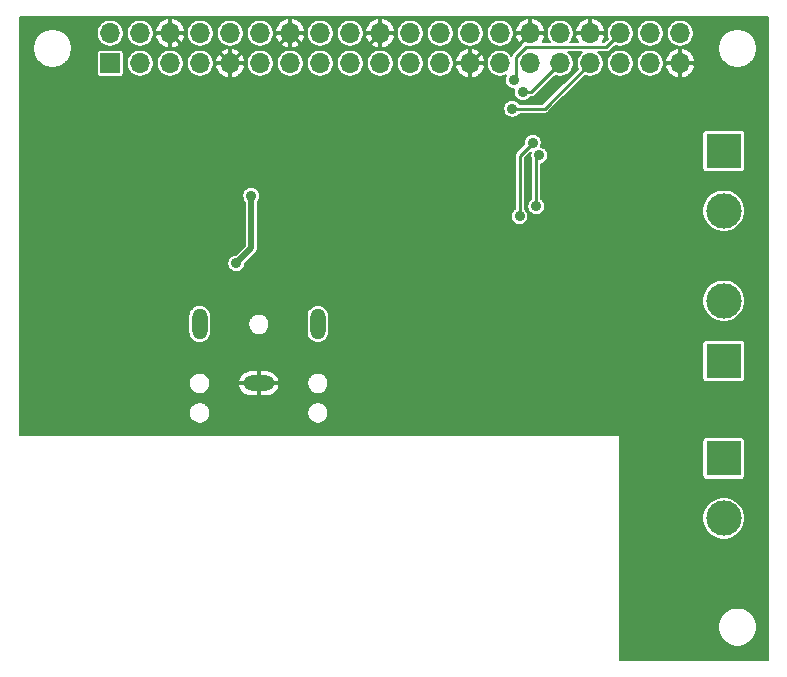
<source format=gbl>
G04 #@! TF.GenerationSoftware,KiCad,Pcbnew,(5.1.6)-1*
G04 #@! TF.CreationDate,2020-06-15T08:38:09-05:00*
G04 #@! TF.ProjectId,RPi_MotorAudio_Board,5250695f-4d6f-4746-9f72-417564696f5f,rev?*
G04 #@! TF.SameCoordinates,Original*
G04 #@! TF.FileFunction,Copper,L2,Bot*
G04 #@! TF.FilePolarity,Positive*
%FSLAX46Y46*%
G04 Gerber Fmt 4.6, Leading zero omitted, Abs format (unit mm)*
G04 Created by KiCad (PCBNEW (5.1.6)-1) date 2020-06-15 08:38:09*
%MOMM*%
%LPD*%
G01*
G04 APERTURE LIST*
G04 #@! TA.AperFunction,ComponentPad*
%ADD10R,3.000000X3.000000*%
G04 #@! TD*
G04 #@! TA.AperFunction,ComponentPad*
%ADD11C,3.000000*%
G04 #@! TD*
G04 #@! TA.AperFunction,ComponentPad*
%ADD12O,1.308000X2.616000*%
G04 #@! TD*
G04 #@! TA.AperFunction,ComponentPad*
%ADD13O,2.616000X1.308000*%
G04 #@! TD*
G04 #@! TA.AperFunction,ComponentPad*
%ADD14R,1.700000X1.700000*%
G04 #@! TD*
G04 #@! TA.AperFunction,ComponentPad*
%ADD15O,1.700000X1.700000*%
G04 #@! TD*
G04 #@! TA.AperFunction,ViaPad*
%ADD16C,0.900000*%
G04 #@! TD*
G04 #@! TA.AperFunction,Conductor*
%ADD17C,0.508000*%
G04 #@! TD*
G04 #@! TA.AperFunction,Conductor*
%ADD18C,0.254000*%
G04 #@! TD*
G04 #@! TA.AperFunction,Conductor*
%ADD19C,0.200000*%
G04 #@! TD*
G04 APERTURE END LIST*
D10*
X260325000Y-106185000D03*
D11*
X260325000Y-111265000D03*
D12*
X215955000Y-120870000D03*
X225955000Y-120870000D03*
D13*
X220955000Y-125870000D03*
D10*
X260325000Y-123965000D03*
D11*
X260325000Y-118885000D03*
D10*
X260325000Y-132220000D03*
D11*
X260325000Y-137300000D03*
D14*
X208370000Y-98770000D03*
D15*
X208370000Y-96230000D03*
X210910000Y-98770000D03*
X210910000Y-96230000D03*
X213450000Y-98770000D03*
X213450000Y-96230000D03*
X215990000Y-98770000D03*
X215990000Y-96230000D03*
X218530000Y-98770000D03*
X218530000Y-96230000D03*
X221070000Y-98770000D03*
X221070000Y-96230000D03*
X223610000Y-98770000D03*
X223610000Y-96230000D03*
X226150000Y-98770000D03*
X226150000Y-96230000D03*
X228690000Y-98770000D03*
X228690000Y-96230000D03*
X231230000Y-98770000D03*
X231230000Y-96230000D03*
X233770000Y-98770000D03*
X233770000Y-96230000D03*
X236310000Y-98770000D03*
X236310000Y-96230000D03*
X238850000Y-98770000D03*
X238850000Y-96230000D03*
X241390000Y-98770000D03*
X241390000Y-96230000D03*
X243930000Y-98770000D03*
X243930000Y-96230000D03*
X246470000Y-98770000D03*
X246470000Y-96230000D03*
X249010000Y-98770000D03*
X249010000Y-96230000D03*
X251550000Y-98770000D03*
X251550000Y-96230000D03*
X254090000Y-98770000D03*
X254090000Y-96230000D03*
X256630000Y-98770000D03*
X256630000Y-96230000D03*
D16*
X219050000Y-115710000D03*
X220320000Y-109995000D03*
X227305000Y-109360000D03*
X213335000Y-109487000D03*
X222225000Y-101867000D03*
X231623000Y-108471000D03*
X239624000Y-110630000D03*
X235687000Y-110757000D03*
X235687000Y-113170000D03*
X231496000Y-106185000D03*
X235560000Y-105423000D03*
X231750000Y-110630000D03*
X245085000Y-115202000D03*
X253340000Y-114440000D03*
X254737000Y-111773000D03*
X254610000Y-105550000D03*
X253086000Y-103010000D03*
X221717000Y-113170000D03*
X218415000Y-100851000D03*
X254864000Y-103645000D03*
X254610000Y-110376000D03*
X254737000Y-113678000D03*
X254864000Y-107455000D03*
X235433000Y-111900000D03*
X243307000Y-101232000D03*
X242418000Y-102629000D03*
X243037164Y-111728290D03*
X244154570Y-105508570D03*
X242545000Y-100216000D03*
X244450000Y-110884000D03*
X244704000Y-106566000D03*
D17*
X219050000Y-115710000D02*
X220320000Y-114440000D01*
X220320000Y-114440000D02*
X220320000Y-109995000D01*
D18*
X219892999Y-97407001D02*
X218530000Y-98770000D01*
X222432999Y-97407001D02*
X219892999Y-97407001D01*
X223610000Y-96230000D02*
X222432999Y-97407001D01*
X217167001Y-97407001D02*
X218530000Y-98770000D01*
X214627001Y-97407001D02*
X217167001Y-97407001D01*
X213450000Y-96230000D02*
X214627001Y-97407001D01*
X230052999Y-97407001D02*
X231230000Y-96230000D01*
X224787001Y-97407001D02*
X230052999Y-97407001D01*
X223610000Y-96230000D02*
X224787001Y-97407001D01*
X240212999Y-97407001D02*
X238850000Y-98770000D01*
X242752999Y-97407001D02*
X240212999Y-97407001D01*
X243930000Y-96230000D02*
X242752999Y-97407001D01*
X244008000Y-101232000D02*
X246470000Y-98770000D01*
X243307000Y-101232000D02*
X244008000Y-101232000D01*
X245151000Y-102629000D02*
X249010000Y-98770000D01*
X242418000Y-102629000D02*
X245151000Y-102629000D01*
X243037164Y-106625976D02*
X244154570Y-105508570D01*
X243037164Y-111728290D02*
X243037164Y-106625976D01*
X250372999Y-97407001D02*
X251550000Y-96230000D01*
X242752999Y-98205039D02*
X243551037Y-97407001D01*
X243551037Y-97407001D02*
X250372999Y-97407001D01*
X242752999Y-100008001D02*
X242752999Y-98205039D01*
X242545000Y-100216000D02*
X242752999Y-100008001D01*
X244450000Y-106820000D02*
X244704000Y-106566000D01*
X244450000Y-110884000D02*
X244450000Y-106820000D01*
D19*
G36*
X264035000Y-149265000D02*
G01*
X251535000Y-149265000D01*
X251535000Y-146337489D01*
X259850000Y-146337489D01*
X259850000Y-146662511D01*
X259913408Y-146981287D01*
X260037789Y-147281568D01*
X260218361Y-147551814D01*
X260448186Y-147781639D01*
X260718432Y-147962211D01*
X261018713Y-148086592D01*
X261337489Y-148150000D01*
X261662511Y-148150000D01*
X261981287Y-148086592D01*
X262281568Y-147962211D01*
X262551814Y-147781639D01*
X262781639Y-147551814D01*
X262962211Y-147281568D01*
X263086592Y-146981287D01*
X263150000Y-146662511D01*
X263150000Y-146337489D01*
X263086592Y-146018713D01*
X262962211Y-145718432D01*
X262781639Y-145448186D01*
X262551814Y-145218361D01*
X262281568Y-145037789D01*
X261981287Y-144913408D01*
X261662511Y-144850000D01*
X261337489Y-144850000D01*
X261018713Y-144913408D01*
X260718432Y-145037789D01*
X260448186Y-145218361D01*
X260218361Y-145448186D01*
X260037789Y-145718432D01*
X259913408Y-146018713D01*
X259850000Y-146337489D01*
X251535000Y-146337489D01*
X251535000Y-137122716D01*
X258525000Y-137122716D01*
X258525000Y-137477284D01*
X258594173Y-137825041D01*
X258729861Y-138152620D01*
X258926849Y-138447433D01*
X259177567Y-138698151D01*
X259472380Y-138895139D01*
X259799959Y-139030827D01*
X260147716Y-139100000D01*
X260502284Y-139100000D01*
X260850041Y-139030827D01*
X261177620Y-138895139D01*
X261472433Y-138698151D01*
X261723151Y-138447433D01*
X261920139Y-138152620D01*
X262055827Y-137825041D01*
X262125000Y-137477284D01*
X262125000Y-137122716D01*
X262055827Y-136774959D01*
X261920139Y-136447380D01*
X261723151Y-136152567D01*
X261472433Y-135901849D01*
X261177620Y-135704861D01*
X260850041Y-135569173D01*
X260502284Y-135500000D01*
X260147716Y-135500000D01*
X259799959Y-135569173D01*
X259472380Y-135704861D01*
X259177567Y-135901849D01*
X258926849Y-136152567D01*
X258729861Y-136447380D01*
X258594173Y-136774959D01*
X258525000Y-137122716D01*
X251535000Y-137122716D01*
X251535000Y-130720000D01*
X258523549Y-130720000D01*
X258523549Y-133720000D01*
X258529341Y-133778810D01*
X258546496Y-133835360D01*
X258574353Y-133887477D01*
X258611842Y-133933158D01*
X258657523Y-133970647D01*
X258709640Y-133998504D01*
X258766190Y-134015659D01*
X258825000Y-134021451D01*
X261825000Y-134021451D01*
X261883810Y-134015659D01*
X261940360Y-133998504D01*
X261992477Y-133970647D01*
X262038158Y-133933158D01*
X262075647Y-133887477D01*
X262103504Y-133835360D01*
X262120659Y-133778810D01*
X262126451Y-133720000D01*
X262126451Y-130720000D01*
X262120659Y-130661190D01*
X262103504Y-130604640D01*
X262075647Y-130552523D01*
X262038158Y-130506842D01*
X261992477Y-130469353D01*
X261940360Y-130441496D01*
X261883810Y-130424341D01*
X261825000Y-130418549D01*
X258825000Y-130418549D01*
X258766190Y-130424341D01*
X258709640Y-130441496D01*
X258657523Y-130469353D01*
X258611842Y-130506842D01*
X258574353Y-130552523D01*
X258546496Y-130604640D01*
X258529341Y-130661190D01*
X258523549Y-130720000D01*
X251535000Y-130720000D01*
X251535000Y-130315000D01*
X251533079Y-130295491D01*
X251527388Y-130276732D01*
X251518147Y-130259443D01*
X251505711Y-130244289D01*
X251490557Y-130231853D01*
X251473268Y-130222612D01*
X251454509Y-130216921D01*
X251435000Y-130215000D01*
X200735000Y-130215000D01*
X200735000Y-128281358D01*
X215055000Y-128281358D01*
X215055000Y-128458642D01*
X215089586Y-128632520D01*
X215157430Y-128796310D01*
X215255924Y-128943717D01*
X215381283Y-129069076D01*
X215528690Y-129167570D01*
X215692480Y-129235414D01*
X215866358Y-129270000D01*
X216043642Y-129270000D01*
X216217520Y-129235414D01*
X216381310Y-129167570D01*
X216528717Y-129069076D01*
X216654076Y-128943717D01*
X216752570Y-128796310D01*
X216820414Y-128632520D01*
X216855000Y-128458642D01*
X216855000Y-128281358D01*
X225055000Y-128281358D01*
X225055000Y-128458642D01*
X225089586Y-128632520D01*
X225157430Y-128796310D01*
X225255924Y-128943717D01*
X225381283Y-129069076D01*
X225528690Y-129167570D01*
X225692480Y-129235414D01*
X225866358Y-129270000D01*
X226043642Y-129270000D01*
X226217520Y-129235414D01*
X226381310Y-129167570D01*
X226528717Y-129069076D01*
X226654076Y-128943717D01*
X226752570Y-128796310D01*
X226820414Y-128632520D01*
X226855000Y-128458642D01*
X226855000Y-128281358D01*
X226820414Y-128107480D01*
X226752570Y-127943690D01*
X226654076Y-127796283D01*
X226528717Y-127670924D01*
X226381310Y-127572430D01*
X226217520Y-127504586D01*
X226043642Y-127470000D01*
X225866358Y-127470000D01*
X225692480Y-127504586D01*
X225528690Y-127572430D01*
X225381283Y-127670924D01*
X225255924Y-127796283D01*
X225157430Y-127943690D01*
X225089586Y-128107480D01*
X225055000Y-128281358D01*
X216855000Y-128281358D01*
X216820414Y-128107480D01*
X216752570Y-127943690D01*
X216654076Y-127796283D01*
X216528717Y-127670924D01*
X216381310Y-127572430D01*
X216217520Y-127504586D01*
X216043642Y-127470000D01*
X215866358Y-127470000D01*
X215692480Y-127504586D01*
X215528690Y-127572430D01*
X215381283Y-127670924D01*
X215255924Y-127796283D01*
X215157430Y-127943690D01*
X215089586Y-128107480D01*
X215055000Y-128281358D01*
X200735000Y-128281358D01*
X200735000Y-125781358D01*
X215055000Y-125781358D01*
X215055000Y-125958642D01*
X215089586Y-126132520D01*
X215157430Y-126296310D01*
X215255924Y-126443717D01*
X215381283Y-126569076D01*
X215528690Y-126667570D01*
X215692480Y-126735414D01*
X215866358Y-126770000D01*
X216043642Y-126770000D01*
X216217520Y-126735414D01*
X216381310Y-126667570D01*
X216528717Y-126569076D01*
X216654076Y-126443717D01*
X216752570Y-126296310D01*
X216820414Y-126132520D01*
X216823624Y-126116381D01*
X219224844Y-126116381D01*
X219252336Y-126223190D01*
X219341390Y-126420988D01*
X219467321Y-126597612D01*
X219625290Y-126746274D01*
X219809226Y-126861261D01*
X220012061Y-126938155D01*
X220226000Y-126974000D01*
X220880000Y-126974000D01*
X220880000Y-125945000D01*
X221030000Y-125945000D01*
X221030000Y-126974000D01*
X221684000Y-126974000D01*
X221897939Y-126938155D01*
X222100774Y-126861261D01*
X222284710Y-126746274D01*
X222442679Y-126597612D01*
X222568610Y-126420988D01*
X222657664Y-126223190D01*
X222685156Y-126116381D01*
X222597659Y-125945000D01*
X221030000Y-125945000D01*
X220880000Y-125945000D01*
X219312341Y-125945000D01*
X219224844Y-126116381D01*
X216823624Y-126116381D01*
X216855000Y-125958642D01*
X216855000Y-125781358D01*
X216823625Y-125623619D01*
X219224844Y-125623619D01*
X219312341Y-125795000D01*
X220880000Y-125795000D01*
X220880000Y-124766000D01*
X221030000Y-124766000D01*
X221030000Y-125795000D01*
X222597659Y-125795000D01*
X222604623Y-125781358D01*
X225055000Y-125781358D01*
X225055000Y-125958642D01*
X225089586Y-126132520D01*
X225157430Y-126296310D01*
X225255924Y-126443717D01*
X225381283Y-126569076D01*
X225528690Y-126667570D01*
X225692480Y-126735414D01*
X225866358Y-126770000D01*
X226043642Y-126770000D01*
X226217520Y-126735414D01*
X226381310Y-126667570D01*
X226528717Y-126569076D01*
X226654076Y-126443717D01*
X226752570Y-126296310D01*
X226820414Y-126132520D01*
X226855000Y-125958642D01*
X226855000Y-125781358D01*
X226820414Y-125607480D01*
X226752570Y-125443690D01*
X226654076Y-125296283D01*
X226528717Y-125170924D01*
X226381310Y-125072430D01*
X226217520Y-125004586D01*
X226043642Y-124970000D01*
X225866358Y-124970000D01*
X225692480Y-125004586D01*
X225528690Y-125072430D01*
X225381283Y-125170924D01*
X225255924Y-125296283D01*
X225157430Y-125443690D01*
X225089586Y-125607480D01*
X225055000Y-125781358D01*
X222604623Y-125781358D01*
X222685156Y-125623619D01*
X222657664Y-125516810D01*
X222568610Y-125319012D01*
X222442679Y-125142388D01*
X222284710Y-124993726D01*
X222100774Y-124878739D01*
X221897939Y-124801845D01*
X221684000Y-124766000D01*
X221030000Y-124766000D01*
X220880000Y-124766000D01*
X220226000Y-124766000D01*
X220012061Y-124801845D01*
X219809226Y-124878739D01*
X219625290Y-124993726D01*
X219467321Y-125142388D01*
X219341390Y-125319012D01*
X219252336Y-125516810D01*
X219224844Y-125623619D01*
X216823625Y-125623619D01*
X216820414Y-125607480D01*
X216752570Y-125443690D01*
X216654076Y-125296283D01*
X216528717Y-125170924D01*
X216381310Y-125072430D01*
X216217520Y-125004586D01*
X216043642Y-124970000D01*
X215866358Y-124970000D01*
X215692480Y-125004586D01*
X215528690Y-125072430D01*
X215381283Y-125170924D01*
X215255924Y-125296283D01*
X215157430Y-125443690D01*
X215089586Y-125607480D01*
X215055000Y-125781358D01*
X200735000Y-125781358D01*
X200735000Y-120169145D01*
X215001000Y-120169145D01*
X215001001Y-121570856D01*
X215014806Y-121711017D01*
X215069356Y-121890846D01*
X215157942Y-122056578D01*
X215277158Y-122201843D01*
X215422423Y-122321059D01*
X215588155Y-122409645D01*
X215767984Y-122464195D01*
X215955000Y-122482615D01*
X216142017Y-122464195D01*
X216321846Y-122409645D01*
X216487578Y-122321059D01*
X216632843Y-122201843D01*
X216752059Y-122056578D01*
X216840645Y-121890846D01*
X216895195Y-121711017D01*
X216909000Y-121570856D01*
X216909000Y-120781358D01*
X220055000Y-120781358D01*
X220055000Y-120958642D01*
X220089586Y-121132520D01*
X220157430Y-121296310D01*
X220255924Y-121443717D01*
X220381283Y-121569076D01*
X220528690Y-121667570D01*
X220692480Y-121735414D01*
X220866358Y-121770000D01*
X221043642Y-121770000D01*
X221217520Y-121735414D01*
X221381310Y-121667570D01*
X221528717Y-121569076D01*
X221654076Y-121443717D01*
X221752570Y-121296310D01*
X221820414Y-121132520D01*
X221855000Y-120958642D01*
X221855000Y-120781358D01*
X221820414Y-120607480D01*
X221752570Y-120443690D01*
X221654076Y-120296283D01*
X221528717Y-120170924D01*
X221526055Y-120169145D01*
X225001000Y-120169145D01*
X225001001Y-121570856D01*
X225014806Y-121711017D01*
X225069356Y-121890846D01*
X225157942Y-122056578D01*
X225277158Y-122201843D01*
X225422423Y-122321059D01*
X225588155Y-122409645D01*
X225767984Y-122464195D01*
X225955000Y-122482615D01*
X226133843Y-122465000D01*
X258523549Y-122465000D01*
X258523549Y-125465000D01*
X258529341Y-125523810D01*
X258546496Y-125580360D01*
X258574353Y-125632477D01*
X258611842Y-125678158D01*
X258657523Y-125715647D01*
X258709640Y-125743504D01*
X258766190Y-125760659D01*
X258825000Y-125766451D01*
X261825000Y-125766451D01*
X261883810Y-125760659D01*
X261940360Y-125743504D01*
X261992477Y-125715647D01*
X262038158Y-125678158D01*
X262075647Y-125632477D01*
X262103504Y-125580360D01*
X262120659Y-125523810D01*
X262126451Y-125465000D01*
X262126451Y-122465000D01*
X262120659Y-122406190D01*
X262103504Y-122349640D01*
X262075647Y-122297523D01*
X262038158Y-122251842D01*
X261992477Y-122214353D01*
X261940360Y-122186496D01*
X261883810Y-122169341D01*
X261825000Y-122163549D01*
X258825000Y-122163549D01*
X258766190Y-122169341D01*
X258709640Y-122186496D01*
X258657523Y-122214353D01*
X258611842Y-122251842D01*
X258574353Y-122297523D01*
X258546496Y-122349640D01*
X258529341Y-122406190D01*
X258523549Y-122465000D01*
X226133843Y-122465000D01*
X226142017Y-122464195D01*
X226321846Y-122409645D01*
X226487578Y-122321059D01*
X226632843Y-122201843D01*
X226752059Y-122056578D01*
X226840645Y-121890846D01*
X226895195Y-121711017D01*
X226909000Y-121570856D01*
X226909000Y-120169144D01*
X226895195Y-120028983D01*
X226840645Y-119849154D01*
X226752059Y-119683422D01*
X226632843Y-119538157D01*
X226487578Y-119418941D01*
X226321845Y-119330355D01*
X226142016Y-119275805D01*
X225955000Y-119257385D01*
X225767983Y-119275805D01*
X225588154Y-119330355D01*
X225422422Y-119418941D01*
X225277157Y-119538157D01*
X225157941Y-119683422D01*
X225069355Y-119849155D01*
X225014805Y-120028984D01*
X225001000Y-120169145D01*
X221526055Y-120169145D01*
X221381310Y-120072430D01*
X221217520Y-120004586D01*
X221043642Y-119970000D01*
X220866358Y-119970000D01*
X220692480Y-120004586D01*
X220528690Y-120072430D01*
X220381283Y-120170924D01*
X220255924Y-120296283D01*
X220157430Y-120443690D01*
X220089586Y-120607480D01*
X220055000Y-120781358D01*
X216909000Y-120781358D01*
X216909000Y-120169144D01*
X216895195Y-120028983D01*
X216840645Y-119849154D01*
X216752059Y-119683422D01*
X216632843Y-119538157D01*
X216487578Y-119418941D01*
X216321845Y-119330355D01*
X216142016Y-119275805D01*
X215955000Y-119257385D01*
X215767983Y-119275805D01*
X215588154Y-119330355D01*
X215422422Y-119418941D01*
X215277157Y-119538157D01*
X215157941Y-119683422D01*
X215069355Y-119849155D01*
X215014805Y-120028984D01*
X215001000Y-120169145D01*
X200735000Y-120169145D01*
X200735000Y-118707716D01*
X258525000Y-118707716D01*
X258525000Y-119062284D01*
X258594173Y-119410041D01*
X258729861Y-119737620D01*
X258926849Y-120032433D01*
X259177567Y-120283151D01*
X259472380Y-120480139D01*
X259799959Y-120615827D01*
X260147716Y-120685000D01*
X260502284Y-120685000D01*
X260850041Y-120615827D01*
X261177620Y-120480139D01*
X261472433Y-120283151D01*
X261723151Y-120032433D01*
X261920139Y-119737620D01*
X262055827Y-119410041D01*
X262125000Y-119062284D01*
X262125000Y-118707716D01*
X262055827Y-118359959D01*
X261920139Y-118032380D01*
X261723151Y-117737567D01*
X261472433Y-117486849D01*
X261177620Y-117289861D01*
X260850041Y-117154173D01*
X260502284Y-117085000D01*
X260147716Y-117085000D01*
X259799959Y-117154173D01*
X259472380Y-117289861D01*
X259177567Y-117486849D01*
X258926849Y-117737567D01*
X258729861Y-118032380D01*
X258594173Y-118359959D01*
X258525000Y-118707716D01*
X200735000Y-118707716D01*
X200735000Y-115636131D01*
X218300000Y-115636131D01*
X218300000Y-115783869D01*
X218328822Y-115928767D01*
X218385359Y-116065258D01*
X218467437Y-116188097D01*
X218571903Y-116292563D01*
X218694742Y-116374641D01*
X218831233Y-116431178D01*
X218976131Y-116460000D01*
X219123869Y-116460000D01*
X219268767Y-116431178D01*
X219405258Y-116374641D01*
X219528097Y-116292563D01*
X219632563Y-116188097D01*
X219714641Y-116065258D01*
X219771178Y-115928767D01*
X219800000Y-115783869D01*
X219800000Y-115743473D01*
X220692495Y-114850979D01*
X220713632Y-114833632D01*
X220782863Y-114749275D01*
X220834305Y-114653032D01*
X220865984Y-114548603D01*
X220874000Y-114467212D01*
X220874000Y-114467203D01*
X220876679Y-114440001D01*
X220874000Y-114412799D01*
X220874000Y-111654421D01*
X242287164Y-111654421D01*
X242287164Y-111802159D01*
X242315986Y-111947057D01*
X242372523Y-112083548D01*
X242454601Y-112206387D01*
X242559067Y-112310853D01*
X242681906Y-112392931D01*
X242818397Y-112449468D01*
X242963295Y-112478290D01*
X243111033Y-112478290D01*
X243255931Y-112449468D01*
X243392422Y-112392931D01*
X243515261Y-112310853D01*
X243619727Y-112206387D01*
X243701805Y-112083548D01*
X243758342Y-111947057D01*
X243787164Y-111802159D01*
X243787164Y-111654421D01*
X243758342Y-111509523D01*
X243701805Y-111373032D01*
X243619727Y-111250193D01*
X243515261Y-111145727D01*
X243464164Y-111111585D01*
X243464164Y-106802844D01*
X244020428Y-106246581D01*
X244024203Y-106247332D01*
X243982822Y-106347233D01*
X243954000Y-106492131D01*
X243954000Y-106639869D01*
X243982822Y-106784767D01*
X244023001Y-106881767D01*
X244023000Y-110267295D01*
X243971903Y-110301437D01*
X243867437Y-110405903D01*
X243785359Y-110528742D01*
X243728822Y-110665233D01*
X243700000Y-110810131D01*
X243700000Y-110957869D01*
X243728822Y-111102767D01*
X243785359Y-111239258D01*
X243867437Y-111362097D01*
X243971903Y-111466563D01*
X244094742Y-111548641D01*
X244231233Y-111605178D01*
X244376131Y-111634000D01*
X244523869Y-111634000D01*
X244668767Y-111605178D01*
X244805258Y-111548641D01*
X244928097Y-111466563D01*
X245032563Y-111362097D01*
X245114641Y-111239258D01*
X245171178Y-111102767D01*
X245174171Y-111087716D01*
X258525000Y-111087716D01*
X258525000Y-111442284D01*
X258594173Y-111790041D01*
X258729861Y-112117620D01*
X258926849Y-112412433D01*
X259177567Y-112663151D01*
X259472380Y-112860139D01*
X259799959Y-112995827D01*
X260147716Y-113065000D01*
X260502284Y-113065000D01*
X260850041Y-112995827D01*
X261177620Y-112860139D01*
X261472433Y-112663151D01*
X261723151Y-112412433D01*
X261920139Y-112117620D01*
X262055827Y-111790041D01*
X262125000Y-111442284D01*
X262125000Y-111087716D01*
X262055827Y-110739959D01*
X261920139Y-110412380D01*
X261723151Y-110117567D01*
X261472433Y-109866849D01*
X261177620Y-109669861D01*
X260850041Y-109534173D01*
X260502284Y-109465000D01*
X260147716Y-109465000D01*
X259799959Y-109534173D01*
X259472380Y-109669861D01*
X259177567Y-109866849D01*
X258926849Y-110117567D01*
X258729861Y-110412380D01*
X258594173Y-110739959D01*
X258525000Y-111087716D01*
X245174171Y-111087716D01*
X245200000Y-110957869D01*
X245200000Y-110810131D01*
X245171178Y-110665233D01*
X245114641Y-110528742D01*
X245032563Y-110405903D01*
X244928097Y-110301437D01*
X244877000Y-110267295D01*
X244877000Y-107296282D01*
X244922767Y-107287178D01*
X245059258Y-107230641D01*
X245182097Y-107148563D01*
X245286563Y-107044097D01*
X245368641Y-106921258D01*
X245425178Y-106784767D01*
X245454000Y-106639869D01*
X245454000Y-106492131D01*
X245425178Y-106347233D01*
X245368641Y-106210742D01*
X245286563Y-106087903D01*
X245182097Y-105983437D01*
X245059258Y-105901359D01*
X244922767Y-105844822D01*
X244834367Y-105827238D01*
X244875748Y-105727337D01*
X244904570Y-105582439D01*
X244904570Y-105434701D01*
X244875748Y-105289803D01*
X244819211Y-105153312D01*
X244737133Y-105030473D01*
X244632667Y-104926007D01*
X244509828Y-104843929D01*
X244373337Y-104787392D01*
X244228439Y-104758570D01*
X244080701Y-104758570D01*
X243935803Y-104787392D01*
X243799312Y-104843929D01*
X243676473Y-104926007D01*
X243572007Y-105030473D01*
X243489929Y-105153312D01*
X243433392Y-105289803D01*
X243404570Y-105434701D01*
X243404570Y-105582439D01*
X243416559Y-105642712D01*
X242750059Y-106309213D01*
X242733770Y-106322581D01*
X242720401Y-106338871D01*
X242720396Y-106338876D01*
X242680409Y-106387600D01*
X242661170Y-106423595D01*
X242640760Y-106461780D01*
X242624129Y-106516605D01*
X242616343Y-106542270D01*
X242608099Y-106625976D01*
X242610165Y-106646953D01*
X242610164Y-111111585D01*
X242559067Y-111145727D01*
X242454601Y-111250193D01*
X242372523Y-111373032D01*
X242315986Y-111509523D01*
X242287164Y-111654421D01*
X220874000Y-111654421D01*
X220874000Y-110501660D01*
X220902563Y-110473097D01*
X220984641Y-110350258D01*
X221041178Y-110213767D01*
X221070000Y-110068869D01*
X221070000Y-109921131D01*
X221041178Y-109776233D01*
X220984641Y-109639742D01*
X220902563Y-109516903D01*
X220798097Y-109412437D01*
X220675258Y-109330359D01*
X220538767Y-109273822D01*
X220393869Y-109245000D01*
X220246131Y-109245000D01*
X220101233Y-109273822D01*
X219964742Y-109330359D01*
X219841903Y-109412437D01*
X219737437Y-109516903D01*
X219655359Y-109639742D01*
X219598822Y-109776233D01*
X219570000Y-109921131D01*
X219570000Y-110068869D01*
X219598822Y-110213767D01*
X219655359Y-110350258D01*
X219737437Y-110473097D01*
X219766001Y-110501661D01*
X219766000Y-114210526D01*
X219016527Y-114960000D01*
X218976131Y-114960000D01*
X218831233Y-114988822D01*
X218694742Y-115045359D01*
X218571903Y-115127437D01*
X218467437Y-115231903D01*
X218385359Y-115354742D01*
X218328822Y-115491233D01*
X218300000Y-115636131D01*
X200735000Y-115636131D01*
X200735000Y-104685000D01*
X258523549Y-104685000D01*
X258523549Y-107685000D01*
X258529341Y-107743810D01*
X258546496Y-107800360D01*
X258574353Y-107852477D01*
X258611842Y-107898158D01*
X258657523Y-107935647D01*
X258709640Y-107963504D01*
X258766190Y-107980659D01*
X258825000Y-107986451D01*
X261825000Y-107986451D01*
X261883810Y-107980659D01*
X261940360Y-107963504D01*
X261992477Y-107935647D01*
X262038158Y-107898158D01*
X262075647Y-107852477D01*
X262103504Y-107800360D01*
X262120659Y-107743810D01*
X262126451Y-107685000D01*
X262126451Y-104685000D01*
X262120659Y-104626190D01*
X262103504Y-104569640D01*
X262075647Y-104517523D01*
X262038158Y-104471842D01*
X261992477Y-104434353D01*
X261940360Y-104406496D01*
X261883810Y-104389341D01*
X261825000Y-104383549D01*
X258825000Y-104383549D01*
X258766190Y-104389341D01*
X258709640Y-104406496D01*
X258657523Y-104434353D01*
X258611842Y-104471842D01*
X258574353Y-104517523D01*
X258546496Y-104569640D01*
X258529341Y-104626190D01*
X258523549Y-104685000D01*
X200735000Y-104685000D01*
X200735000Y-97337489D01*
X201850000Y-97337489D01*
X201850000Y-97662511D01*
X201913408Y-97981287D01*
X202037789Y-98281568D01*
X202218361Y-98551814D01*
X202448186Y-98781639D01*
X202718432Y-98962211D01*
X203018713Y-99086592D01*
X203337489Y-99150000D01*
X203662511Y-99150000D01*
X203981287Y-99086592D01*
X204281568Y-98962211D01*
X204551814Y-98781639D01*
X204781639Y-98551814D01*
X204962211Y-98281568D01*
X205086592Y-97981287D01*
X205098782Y-97920000D01*
X207218549Y-97920000D01*
X207218549Y-99620000D01*
X207224341Y-99678810D01*
X207241496Y-99735360D01*
X207269353Y-99787477D01*
X207306842Y-99833158D01*
X207352523Y-99870647D01*
X207404640Y-99898504D01*
X207461190Y-99915659D01*
X207520000Y-99921451D01*
X209220000Y-99921451D01*
X209278810Y-99915659D01*
X209335360Y-99898504D01*
X209387477Y-99870647D01*
X209433158Y-99833158D01*
X209470647Y-99787477D01*
X209498504Y-99735360D01*
X209515659Y-99678810D01*
X209521451Y-99620000D01*
X209521451Y-98656735D01*
X209760000Y-98656735D01*
X209760000Y-98883265D01*
X209804194Y-99105443D01*
X209890884Y-99314729D01*
X210016737Y-99503082D01*
X210176918Y-99663263D01*
X210365271Y-99789116D01*
X210574557Y-99875806D01*
X210796735Y-99920000D01*
X211023265Y-99920000D01*
X211245443Y-99875806D01*
X211454729Y-99789116D01*
X211643082Y-99663263D01*
X211803263Y-99503082D01*
X211929116Y-99314729D01*
X212015806Y-99105443D01*
X212060000Y-98883265D01*
X212060000Y-98656735D01*
X212300000Y-98656735D01*
X212300000Y-98883265D01*
X212344194Y-99105443D01*
X212430884Y-99314729D01*
X212556737Y-99503082D01*
X212716918Y-99663263D01*
X212905271Y-99789116D01*
X213114557Y-99875806D01*
X213336735Y-99920000D01*
X213563265Y-99920000D01*
X213785443Y-99875806D01*
X213994729Y-99789116D01*
X214183082Y-99663263D01*
X214343263Y-99503082D01*
X214469116Y-99314729D01*
X214555806Y-99105443D01*
X214600000Y-98883265D01*
X214600000Y-98656735D01*
X214840000Y-98656735D01*
X214840000Y-98883265D01*
X214884194Y-99105443D01*
X214970884Y-99314729D01*
X215096737Y-99503082D01*
X215256918Y-99663263D01*
X215445271Y-99789116D01*
X215654557Y-99875806D01*
X215876735Y-99920000D01*
X216103265Y-99920000D01*
X216325443Y-99875806D01*
X216534729Y-99789116D01*
X216723082Y-99663263D01*
X216883263Y-99503082D01*
X217009116Y-99314729D01*
X217095806Y-99105443D01*
X217107410Y-99047103D01*
X217259873Y-99047103D01*
X217338338Y-99289568D01*
X217462598Y-99512066D01*
X217627878Y-99706047D01*
X217827826Y-99864056D01*
X218054758Y-99980021D01*
X218252897Y-100040124D01*
X218455000Y-99955129D01*
X218455000Y-98845000D01*
X218605000Y-98845000D01*
X218605000Y-99955129D01*
X218807103Y-100040124D01*
X219005242Y-99980021D01*
X219232174Y-99864056D01*
X219432122Y-99706047D01*
X219597402Y-99512066D01*
X219721662Y-99289568D01*
X219800127Y-99047103D01*
X219715338Y-98845000D01*
X218605000Y-98845000D01*
X218455000Y-98845000D01*
X217344662Y-98845000D01*
X217259873Y-99047103D01*
X217107410Y-99047103D01*
X217140000Y-98883265D01*
X217140000Y-98656735D01*
X217107411Y-98492897D01*
X217259873Y-98492897D01*
X217344662Y-98695000D01*
X218455000Y-98695000D01*
X218455000Y-97584871D01*
X218605000Y-97584871D01*
X218605000Y-98695000D01*
X219715338Y-98695000D01*
X219731391Y-98656735D01*
X219920000Y-98656735D01*
X219920000Y-98883265D01*
X219964194Y-99105443D01*
X220050884Y-99314729D01*
X220176737Y-99503082D01*
X220336918Y-99663263D01*
X220525271Y-99789116D01*
X220734557Y-99875806D01*
X220956735Y-99920000D01*
X221183265Y-99920000D01*
X221405443Y-99875806D01*
X221614729Y-99789116D01*
X221803082Y-99663263D01*
X221963263Y-99503082D01*
X222089116Y-99314729D01*
X222175806Y-99105443D01*
X222220000Y-98883265D01*
X222220000Y-98656735D01*
X222460000Y-98656735D01*
X222460000Y-98883265D01*
X222504194Y-99105443D01*
X222590884Y-99314729D01*
X222716737Y-99503082D01*
X222876918Y-99663263D01*
X223065271Y-99789116D01*
X223274557Y-99875806D01*
X223496735Y-99920000D01*
X223723265Y-99920000D01*
X223945443Y-99875806D01*
X224154729Y-99789116D01*
X224343082Y-99663263D01*
X224503263Y-99503082D01*
X224629116Y-99314729D01*
X224715806Y-99105443D01*
X224760000Y-98883265D01*
X224760000Y-98656735D01*
X225000000Y-98656735D01*
X225000000Y-98883265D01*
X225044194Y-99105443D01*
X225130884Y-99314729D01*
X225256737Y-99503082D01*
X225416918Y-99663263D01*
X225605271Y-99789116D01*
X225814557Y-99875806D01*
X226036735Y-99920000D01*
X226263265Y-99920000D01*
X226485443Y-99875806D01*
X226694729Y-99789116D01*
X226883082Y-99663263D01*
X227043263Y-99503082D01*
X227169116Y-99314729D01*
X227255806Y-99105443D01*
X227300000Y-98883265D01*
X227300000Y-98656735D01*
X227540000Y-98656735D01*
X227540000Y-98883265D01*
X227584194Y-99105443D01*
X227670884Y-99314729D01*
X227796737Y-99503082D01*
X227956918Y-99663263D01*
X228145271Y-99789116D01*
X228354557Y-99875806D01*
X228576735Y-99920000D01*
X228803265Y-99920000D01*
X229025443Y-99875806D01*
X229234729Y-99789116D01*
X229423082Y-99663263D01*
X229583263Y-99503082D01*
X229709116Y-99314729D01*
X229795806Y-99105443D01*
X229840000Y-98883265D01*
X229840000Y-98656735D01*
X230080000Y-98656735D01*
X230080000Y-98883265D01*
X230124194Y-99105443D01*
X230210884Y-99314729D01*
X230336737Y-99503082D01*
X230496918Y-99663263D01*
X230685271Y-99789116D01*
X230894557Y-99875806D01*
X231116735Y-99920000D01*
X231343265Y-99920000D01*
X231565443Y-99875806D01*
X231774729Y-99789116D01*
X231963082Y-99663263D01*
X232123263Y-99503082D01*
X232249116Y-99314729D01*
X232335806Y-99105443D01*
X232380000Y-98883265D01*
X232380000Y-98656735D01*
X232620000Y-98656735D01*
X232620000Y-98883265D01*
X232664194Y-99105443D01*
X232750884Y-99314729D01*
X232876737Y-99503082D01*
X233036918Y-99663263D01*
X233225271Y-99789116D01*
X233434557Y-99875806D01*
X233656735Y-99920000D01*
X233883265Y-99920000D01*
X234105443Y-99875806D01*
X234314729Y-99789116D01*
X234503082Y-99663263D01*
X234663263Y-99503082D01*
X234789116Y-99314729D01*
X234875806Y-99105443D01*
X234920000Y-98883265D01*
X234920000Y-98656735D01*
X235160000Y-98656735D01*
X235160000Y-98883265D01*
X235204194Y-99105443D01*
X235290884Y-99314729D01*
X235416737Y-99503082D01*
X235576918Y-99663263D01*
X235765271Y-99789116D01*
X235974557Y-99875806D01*
X236196735Y-99920000D01*
X236423265Y-99920000D01*
X236645443Y-99875806D01*
X236854729Y-99789116D01*
X237043082Y-99663263D01*
X237203263Y-99503082D01*
X237329116Y-99314729D01*
X237415806Y-99105443D01*
X237427410Y-99047103D01*
X237579873Y-99047103D01*
X237658338Y-99289568D01*
X237782598Y-99512066D01*
X237947878Y-99706047D01*
X238147826Y-99864056D01*
X238374758Y-99980021D01*
X238572897Y-100040124D01*
X238775000Y-99955129D01*
X238775000Y-98845000D01*
X238925000Y-98845000D01*
X238925000Y-99955129D01*
X239127103Y-100040124D01*
X239325242Y-99980021D01*
X239552174Y-99864056D01*
X239752122Y-99706047D01*
X239917402Y-99512066D01*
X240041662Y-99289568D01*
X240120127Y-99047103D01*
X240035338Y-98845000D01*
X238925000Y-98845000D01*
X238775000Y-98845000D01*
X237664662Y-98845000D01*
X237579873Y-99047103D01*
X237427410Y-99047103D01*
X237460000Y-98883265D01*
X237460000Y-98656735D01*
X237427411Y-98492897D01*
X237579873Y-98492897D01*
X237664662Y-98695000D01*
X238775000Y-98695000D01*
X238775000Y-97584871D01*
X238925000Y-97584871D01*
X238925000Y-98695000D01*
X240035338Y-98695000D01*
X240051391Y-98656735D01*
X240240000Y-98656735D01*
X240240000Y-98883265D01*
X240284194Y-99105443D01*
X240370884Y-99314729D01*
X240496737Y-99503082D01*
X240656918Y-99663263D01*
X240845271Y-99789116D01*
X241054557Y-99875806D01*
X241276735Y-99920000D01*
X241503265Y-99920000D01*
X241725443Y-99875806D01*
X241925726Y-99792845D01*
X241880359Y-99860742D01*
X241823822Y-99997233D01*
X241795000Y-100142131D01*
X241795000Y-100289869D01*
X241823822Y-100434767D01*
X241880359Y-100571258D01*
X241962437Y-100694097D01*
X242066903Y-100798563D01*
X242189742Y-100880641D01*
X242326233Y-100937178D01*
X242471131Y-100966000D01*
X242605387Y-100966000D01*
X242585822Y-101013233D01*
X242557000Y-101158131D01*
X242557000Y-101305869D01*
X242585822Y-101450767D01*
X242642359Y-101587258D01*
X242724437Y-101710097D01*
X242828903Y-101814563D01*
X242951742Y-101896641D01*
X243088233Y-101953178D01*
X243233131Y-101982000D01*
X243380869Y-101982000D01*
X243525767Y-101953178D01*
X243662258Y-101896641D01*
X243785097Y-101814563D01*
X243889563Y-101710097D01*
X243923705Y-101659000D01*
X243987033Y-101659000D01*
X244008000Y-101661065D01*
X244028967Y-101659000D01*
X244028978Y-101659000D01*
X244091707Y-101652822D01*
X244172196Y-101628405D01*
X244246376Y-101588755D01*
X244311395Y-101535395D01*
X244324768Y-101519100D01*
X246016828Y-99827041D01*
X246134557Y-99875806D01*
X246356735Y-99920000D01*
X246583265Y-99920000D01*
X246805443Y-99875806D01*
X247014729Y-99789116D01*
X247203082Y-99663263D01*
X247363263Y-99503082D01*
X247489116Y-99314729D01*
X247575806Y-99105443D01*
X247620000Y-98883265D01*
X247620000Y-98656735D01*
X247575806Y-98434557D01*
X247489116Y-98225271D01*
X247363263Y-98036918D01*
X247203082Y-97876737D01*
X247139123Y-97834001D01*
X248340877Y-97834001D01*
X248276918Y-97876737D01*
X248116737Y-98036918D01*
X247990884Y-98225271D01*
X247904194Y-98434557D01*
X247860000Y-98656735D01*
X247860000Y-98883265D01*
X247904194Y-99105443D01*
X247952959Y-99223171D01*
X244974132Y-102202000D01*
X243034705Y-102202000D01*
X243000563Y-102150903D01*
X242896097Y-102046437D01*
X242773258Y-101964359D01*
X242636767Y-101907822D01*
X242491869Y-101879000D01*
X242344131Y-101879000D01*
X242199233Y-101907822D01*
X242062742Y-101964359D01*
X241939903Y-102046437D01*
X241835437Y-102150903D01*
X241753359Y-102273742D01*
X241696822Y-102410233D01*
X241668000Y-102555131D01*
X241668000Y-102702869D01*
X241696822Y-102847767D01*
X241753359Y-102984258D01*
X241835437Y-103107097D01*
X241939903Y-103211563D01*
X242062742Y-103293641D01*
X242199233Y-103350178D01*
X242344131Y-103379000D01*
X242491869Y-103379000D01*
X242636767Y-103350178D01*
X242773258Y-103293641D01*
X242896097Y-103211563D01*
X243000563Y-103107097D01*
X243034705Y-103056000D01*
X245130033Y-103056000D01*
X245151000Y-103058065D01*
X245171967Y-103056000D01*
X245171978Y-103056000D01*
X245234707Y-103049822D01*
X245315196Y-103025405D01*
X245389376Y-102985755D01*
X245454395Y-102932395D01*
X245467768Y-102916100D01*
X248556829Y-99827041D01*
X248674557Y-99875806D01*
X248896735Y-99920000D01*
X249123265Y-99920000D01*
X249345443Y-99875806D01*
X249554729Y-99789116D01*
X249743082Y-99663263D01*
X249903263Y-99503082D01*
X250029116Y-99314729D01*
X250115806Y-99105443D01*
X250160000Y-98883265D01*
X250160000Y-98656735D01*
X250400000Y-98656735D01*
X250400000Y-98883265D01*
X250444194Y-99105443D01*
X250530884Y-99314729D01*
X250656737Y-99503082D01*
X250816918Y-99663263D01*
X251005271Y-99789116D01*
X251214557Y-99875806D01*
X251436735Y-99920000D01*
X251663265Y-99920000D01*
X251885443Y-99875806D01*
X252094729Y-99789116D01*
X252283082Y-99663263D01*
X252443263Y-99503082D01*
X252569116Y-99314729D01*
X252655806Y-99105443D01*
X252700000Y-98883265D01*
X252700000Y-98656735D01*
X252940000Y-98656735D01*
X252940000Y-98883265D01*
X252984194Y-99105443D01*
X253070884Y-99314729D01*
X253196737Y-99503082D01*
X253356918Y-99663263D01*
X253545271Y-99789116D01*
X253754557Y-99875806D01*
X253976735Y-99920000D01*
X254203265Y-99920000D01*
X254425443Y-99875806D01*
X254634729Y-99789116D01*
X254823082Y-99663263D01*
X254983263Y-99503082D01*
X255109116Y-99314729D01*
X255195806Y-99105443D01*
X255207410Y-99047103D01*
X255359873Y-99047103D01*
X255438338Y-99289568D01*
X255562598Y-99512066D01*
X255727878Y-99706047D01*
X255927826Y-99864056D01*
X256154758Y-99980021D01*
X256352897Y-100040124D01*
X256555000Y-99955129D01*
X256555000Y-98845000D01*
X256705000Y-98845000D01*
X256705000Y-99955129D01*
X256907103Y-100040124D01*
X257105242Y-99980021D01*
X257332174Y-99864056D01*
X257532122Y-99706047D01*
X257697402Y-99512066D01*
X257821662Y-99289568D01*
X257900127Y-99047103D01*
X257815338Y-98845000D01*
X256705000Y-98845000D01*
X256555000Y-98845000D01*
X255444662Y-98845000D01*
X255359873Y-99047103D01*
X255207410Y-99047103D01*
X255240000Y-98883265D01*
X255240000Y-98656735D01*
X255207411Y-98492897D01*
X255359873Y-98492897D01*
X255444662Y-98695000D01*
X256555000Y-98695000D01*
X256555000Y-97584871D01*
X256705000Y-97584871D01*
X256705000Y-98695000D01*
X257815338Y-98695000D01*
X257900127Y-98492897D01*
X257821662Y-98250432D01*
X257697402Y-98027934D01*
X257532122Y-97833953D01*
X257332174Y-97675944D01*
X257105242Y-97559979D01*
X256907103Y-97499876D01*
X256705000Y-97584871D01*
X256555000Y-97584871D01*
X256352897Y-97499876D01*
X256154758Y-97559979D01*
X255927826Y-97675944D01*
X255727878Y-97833953D01*
X255562598Y-98027934D01*
X255438338Y-98250432D01*
X255359873Y-98492897D01*
X255207411Y-98492897D01*
X255195806Y-98434557D01*
X255109116Y-98225271D01*
X254983263Y-98036918D01*
X254823082Y-97876737D01*
X254634729Y-97750884D01*
X254425443Y-97664194D01*
X254203265Y-97620000D01*
X253976735Y-97620000D01*
X253754557Y-97664194D01*
X253545271Y-97750884D01*
X253356918Y-97876737D01*
X253196737Y-98036918D01*
X253070884Y-98225271D01*
X252984194Y-98434557D01*
X252940000Y-98656735D01*
X252700000Y-98656735D01*
X252655806Y-98434557D01*
X252569116Y-98225271D01*
X252443263Y-98036918D01*
X252283082Y-97876737D01*
X252094729Y-97750884D01*
X251885443Y-97664194D01*
X251663265Y-97620000D01*
X251436735Y-97620000D01*
X251214557Y-97664194D01*
X251005271Y-97750884D01*
X250816918Y-97876737D01*
X250656737Y-98036918D01*
X250530884Y-98225271D01*
X250444194Y-98434557D01*
X250400000Y-98656735D01*
X250160000Y-98656735D01*
X250115806Y-98434557D01*
X250029116Y-98225271D01*
X249903263Y-98036918D01*
X249743082Y-97876737D01*
X249679123Y-97834001D01*
X250352032Y-97834001D01*
X250372999Y-97836066D01*
X250393966Y-97834001D01*
X250393977Y-97834001D01*
X250456706Y-97827823D01*
X250537195Y-97803406D01*
X250611375Y-97763756D01*
X250676394Y-97710396D01*
X250689767Y-97694101D01*
X251096828Y-97287040D01*
X251214557Y-97335806D01*
X251436735Y-97380000D01*
X251663265Y-97380000D01*
X251885443Y-97335806D01*
X252094729Y-97249116D01*
X252283082Y-97123263D01*
X252443263Y-96963082D01*
X252569116Y-96774729D01*
X252655806Y-96565443D01*
X252700000Y-96343265D01*
X252700000Y-96116735D01*
X252940000Y-96116735D01*
X252940000Y-96343265D01*
X252984194Y-96565443D01*
X253070884Y-96774729D01*
X253196737Y-96963082D01*
X253356918Y-97123263D01*
X253545271Y-97249116D01*
X253754557Y-97335806D01*
X253976735Y-97380000D01*
X254203265Y-97380000D01*
X254425443Y-97335806D01*
X254634729Y-97249116D01*
X254823082Y-97123263D01*
X254983263Y-96963082D01*
X255109116Y-96774729D01*
X255195806Y-96565443D01*
X255240000Y-96343265D01*
X255240000Y-96116735D01*
X255480000Y-96116735D01*
X255480000Y-96343265D01*
X255524194Y-96565443D01*
X255610884Y-96774729D01*
X255736737Y-96963082D01*
X255896918Y-97123263D01*
X256085271Y-97249116D01*
X256294557Y-97335806D01*
X256516735Y-97380000D01*
X256743265Y-97380000D01*
X256956981Y-97337489D01*
X259850000Y-97337489D01*
X259850000Y-97662511D01*
X259913408Y-97981287D01*
X260037789Y-98281568D01*
X260218361Y-98551814D01*
X260448186Y-98781639D01*
X260718432Y-98962211D01*
X261018713Y-99086592D01*
X261337489Y-99150000D01*
X261662511Y-99150000D01*
X261981287Y-99086592D01*
X262281568Y-98962211D01*
X262551814Y-98781639D01*
X262781639Y-98551814D01*
X262962211Y-98281568D01*
X263086592Y-97981287D01*
X263150000Y-97662511D01*
X263150000Y-97337489D01*
X263086592Y-97018713D01*
X262962211Y-96718432D01*
X262781639Y-96448186D01*
X262551814Y-96218361D01*
X262281568Y-96037789D01*
X261981287Y-95913408D01*
X261662511Y-95850000D01*
X261337489Y-95850000D01*
X261018713Y-95913408D01*
X260718432Y-96037789D01*
X260448186Y-96218361D01*
X260218361Y-96448186D01*
X260037789Y-96718432D01*
X259913408Y-97018713D01*
X259850000Y-97337489D01*
X256956981Y-97337489D01*
X256965443Y-97335806D01*
X257174729Y-97249116D01*
X257363082Y-97123263D01*
X257523263Y-96963082D01*
X257649116Y-96774729D01*
X257735806Y-96565443D01*
X257780000Y-96343265D01*
X257780000Y-96116735D01*
X257735806Y-95894557D01*
X257649116Y-95685271D01*
X257523263Y-95496918D01*
X257363082Y-95336737D01*
X257174729Y-95210884D01*
X256965443Y-95124194D01*
X256743265Y-95080000D01*
X256516735Y-95080000D01*
X256294557Y-95124194D01*
X256085271Y-95210884D01*
X255896918Y-95336737D01*
X255736737Y-95496918D01*
X255610884Y-95685271D01*
X255524194Y-95894557D01*
X255480000Y-96116735D01*
X255240000Y-96116735D01*
X255195806Y-95894557D01*
X255109116Y-95685271D01*
X254983263Y-95496918D01*
X254823082Y-95336737D01*
X254634729Y-95210884D01*
X254425443Y-95124194D01*
X254203265Y-95080000D01*
X253976735Y-95080000D01*
X253754557Y-95124194D01*
X253545271Y-95210884D01*
X253356918Y-95336737D01*
X253196737Y-95496918D01*
X253070884Y-95685271D01*
X252984194Y-95894557D01*
X252940000Y-96116735D01*
X252700000Y-96116735D01*
X252655806Y-95894557D01*
X252569116Y-95685271D01*
X252443263Y-95496918D01*
X252283082Y-95336737D01*
X252094729Y-95210884D01*
X251885443Y-95124194D01*
X251663265Y-95080000D01*
X251436735Y-95080000D01*
X251214557Y-95124194D01*
X251005271Y-95210884D01*
X250816918Y-95336737D01*
X250656737Y-95496918D01*
X250530884Y-95685271D01*
X250444194Y-95894557D01*
X250400000Y-96116735D01*
X250400000Y-96343265D01*
X250444194Y-96565443D01*
X250492960Y-96683172D01*
X250196131Y-96980001D01*
X250070641Y-96980001D01*
X250077402Y-96972066D01*
X250201662Y-96749568D01*
X250280127Y-96507103D01*
X250195338Y-96305000D01*
X249085000Y-96305000D01*
X249085000Y-96325000D01*
X248935000Y-96325000D01*
X248935000Y-96305000D01*
X247824662Y-96305000D01*
X247739873Y-96507103D01*
X247818338Y-96749568D01*
X247942598Y-96972066D01*
X247949359Y-96980001D01*
X247346344Y-96980001D01*
X247363263Y-96963082D01*
X247489116Y-96774729D01*
X247575806Y-96565443D01*
X247620000Y-96343265D01*
X247620000Y-96116735D01*
X247587411Y-95952897D01*
X247739873Y-95952897D01*
X247824662Y-96155000D01*
X248935000Y-96155000D01*
X248935000Y-95044871D01*
X249085000Y-95044871D01*
X249085000Y-96155000D01*
X250195338Y-96155000D01*
X250280127Y-95952897D01*
X250201662Y-95710432D01*
X250077402Y-95487934D01*
X249912122Y-95293953D01*
X249712174Y-95135944D01*
X249485242Y-95019979D01*
X249287103Y-94959876D01*
X249085000Y-95044871D01*
X248935000Y-95044871D01*
X248732897Y-94959876D01*
X248534758Y-95019979D01*
X248307826Y-95135944D01*
X248107878Y-95293953D01*
X247942598Y-95487934D01*
X247818338Y-95710432D01*
X247739873Y-95952897D01*
X247587411Y-95952897D01*
X247575806Y-95894557D01*
X247489116Y-95685271D01*
X247363263Y-95496918D01*
X247203082Y-95336737D01*
X247014729Y-95210884D01*
X246805443Y-95124194D01*
X246583265Y-95080000D01*
X246356735Y-95080000D01*
X246134557Y-95124194D01*
X245925271Y-95210884D01*
X245736918Y-95336737D01*
X245576737Y-95496918D01*
X245450884Y-95685271D01*
X245364194Y-95894557D01*
X245320000Y-96116735D01*
X245320000Y-96343265D01*
X245364194Y-96565443D01*
X245450884Y-96774729D01*
X245576737Y-96963082D01*
X245593656Y-96980001D01*
X244990641Y-96980001D01*
X244997402Y-96972066D01*
X245121662Y-96749568D01*
X245200127Y-96507103D01*
X245115338Y-96305000D01*
X244005000Y-96305000D01*
X244005000Y-96325000D01*
X243855000Y-96325000D01*
X243855000Y-96305000D01*
X242744662Y-96305000D01*
X242659873Y-96507103D01*
X242738338Y-96749568D01*
X242862598Y-96972066D01*
X243027878Y-97166047D01*
X243117387Y-97236781D01*
X242465894Y-97888276D01*
X242449605Y-97901644D01*
X242436236Y-97917934D01*
X242436231Y-97917939D01*
X242396244Y-97966663D01*
X242356595Y-98040843D01*
X242334516Y-98113624D01*
X242283263Y-98036918D01*
X242123082Y-97876737D01*
X241934729Y-97750884D01*
X241725443Y-97664194D01*
X241503265Y-97620000D01*
X241276735Y-97620000D01*
X241054557Y-97664194D01*
X240845271Y-97750884D01*
X240656918Y-97876737D01*
X240496737Y-98036918D01*
X240370884Y-98225271D01*
X240284194Y-98434557D01*
X240240000Y-98656735D01*
X240051391Y-98656735D01*
X240120127Y-98492897D01*
X240041662Y-98250432D01*
X239917402Y-98027934D01*
X239752122Y-97833953D01*
X239552174Y-97675944D01*
X239325242Y-97559979D01*
X239127103Y-97499876D01*
X238925000Y-97584871D01*
X238775000Y-97584871D01*
X238572897Y-97499876D01*
X238374758Y-97559979D01*
X238147826Y-97675944D01*
X237947878Y-97833953D01*
X237782598Y-98027934D01*
X237658338Y-98250432D01*
X237579873Y-98492897D01*
X237427411Y-98492897D01*
X237415806Y-98434557D01*
X237329116Y-98225271D01*
X237203263Y-98036918D01*
X237043082Y-97876737D01*
X236854729Y-97750884D01*
X236645443Y-97664194D01*
X236423265Y-97620000D01*
X236196735Y-97620000D01*
X235974557Y-97664194D01*
X235765271Y-97750884D01*
X235576918Y-97876737D01*
X235416737Y-98036918D01*
X235290884Y-98225271D01*
X235204194Y-98434557D01*
X235160000Y-98656735D01*
X234920000Y-98656735D01*
X234875806Y-98434557D01*
X234789116Y-98225271D01*
X234663263Y-98036918D01*
X234503082Y-97876737D01*
X234314729Y-97750884D01*
X234105443Y-97664194D01*
X233883265Y-97620000D01*
X233656735Y-97620000D01*
X233434557Y-97664194D01*
X233225271Y-97750884D01*
X233036918Y-97876737D01*
X232876737Y-98036918D01*
X232750884Y-98225271D01*
X232664194Y-98434557D01*
X232620000Y-98656735D01*
X232380000Y-98656735D01*
X232335806Y-98434557D01*
X232249116Y-98225271D01*
X232123263Y-98036918D01*
X231963082Y-97876737D01*
X231774729Y-97750884D01*
X231565443Y-97664194D01*
X231343265Y-97620000D01*
X231116735Y-97620000D01*
X230894557Y-97664194D01*
X230685271Y-97750884D01*
X230496918Y-97876737D01*
X230336737Y-98036918D01*
X230210884Y-98225271D01*
X230124194Y-98434557D01*
X230080000Y-98656735D01*
X229840000Y-98656735D01*
X229795806Y-98434557D01*
X229709116Y-98225271D01*
X229583263Y-98036918D01*
X229423082Y-97876737D01*
X229234729Y-97750884D01*
X229025443Y-97664194D01*
X228803265Y-97620000D01*
X228576735Y-97620000D01*
X228354557Y-97664194D01*
X228145271Y-97750884D01*
X227956918Y-97876737D01*
X227796737Y-98036918D01*
X227670884Y-98225271D01*
X227584194Y-98434557D01*
X227540000Y-98656735D01*
X227300000Y-98656735D01*
X227255806Y-98434557D01*
X227169116Y-98225271D01*
X227043263Y-98036918D01*
X226883082Y-97876737D01*
X226694729Y-97750884D01*
X226485443Y-97664194D01*
X226263265Y-97620000D01*
X226036735Y-97620000D01*
X225814557Y-97664194D01*
X225605271Y-97750884D01*
X225416918Y-97876737D01*
X225256737Y-98036918D01*
X225130884Y-98225271D01*
X225044194Y-98434557D01*
X225000000Y-98656735D01*
X224760000Y-98656735D01*
X224715806Y-98434557D01*
X224629116Y-98225271D01*
X224503263Y-98036918D01*
X224343082Y-97876737D01*
X224154729Y-97750884D01*
X223945443Y-97664194D01*
X223723265Y-97620000D01*
X223496735Y-97620000D01*
X223274557Y-97664194D01*
X223065271Y-97750884D01*
X222876918Y-97876737D01*
X222716737Y-98036918D01*
X222590884Y-98225271D01*
X222504194Y-98434557D01*
X222460000Y-98656735D01*
X222220000Y-98656735D01*
X222175806Y-98434557D01*
X222089116Y-98225271D01*
X221963263Y-98036918D01*
X221803082Y-97876737D01*
X221614729Y-97750884D01*
X221405443Y-97664194D01*
X221183265Y-97620000D01*
X220956735Y-97620000D01*
X220734557Y-97664194D01*
X220525271Y-97750884D01*
X220336918Y-97876737D01*
X220176737Y-98036918D01*
X220050884Y-98225271D01*
X219964194Y-98434557D01*
X219920000Y-98656735D01*
X219731391Y-98656735D01*
X219800127Y-98492897D01*
X219721662Y-98250432D01*
X219597402Y-98027934D01*
X219432122Y-97833953D01*
X219232174Y-97675944D01*
X219005242Y-97559979D01*
X218807103Y-97499876D01*
X218605000Y-97584871D01*
X218455000Y-97584871D01*
X218252897Y-97499876D01*
X218054758Y-97559979D01*
X217827826Y-97675944D01*
X217627878Y-97833953D01*
X217462598Y-98027934D01*
X217338338Y-98250432D01*
X217259873Y-98492897D01*
X217107411Y-98492897D01*
X217095806Y-98434557D01*
X217009116Y-98225271D01*
X216883263Y-98036918D01*
X216723082Y-97876737D01*
X216534729Y-97750884D01*
X216325443Y-97664194D01*
X216103265Y-97620000D01*
X215876735Y-97620000D01*
X215654557Y-97664194D01*
X215445271Y-97750884D01*
X215256918Y-97876737D01*
X215096737Y-98036918D01*
X214970884Y-98225271D01*
X214884194Y-98434557D01*
X214840000Y-98656735D01*
X214600000Y-98656735D01*
X214555806Y-98434557D01*
X214469116Y-98225271D01*
X214343263Y-98036918D01*
X214183082Y-97876737D01*
X213994729Y-97750884D01*
X213785443Y-97664194D01*
X213563265Y-97620000D01*
X213336735Y-97620000D01*
X213114557Y-97664194D01*
X212905271Y-97750884D01*
X212716918Y-97876737D01*
X212556737Y-98036918D01*
X212430884Y-98225271D01*
X212344194Y-98434557D01*
X212300000Y-98656735D01*
X212060000Y-98656735D01*
X212015806Y-98434557D01*
X211929116Y-98225271D01*
X211803263Y-98036918D01*
X211643082Y-97876737D01*
X211454729Y-97750884D01*
X211245443Y-97664194D01*
X211023265Y-97620000D01*
X210796735Y-97620000D01*
X210574557Y-97664194D01*
X210365271Y-97750884D01*
X210176918Y-97876737D01*
X210016737Y-98036918D01*
X209890884Y-98225271D01*
X209804194Y-98434557D01*
X209760000Y-98656735D01*
X209521451Y-98656735D01*
X209521451Y-97920000D01*
X209515659Y-97861190D01*
X209498504Y-97804640D01*
X209470647Y-97752523D01*
X209433158Y-97706842D01*
X209387477Y-97669353D01*
X209335360Y-97641496D01*
X209278810Y-97624341D01*
X209220000Y-97618549D01*
X207520000Y-97618549D01*
X207461190Y-97624341D01*
X207404640Y-97641496D01*
X207352523Y-97669353D01*
X207306842Y-97706842D01*
X207269353Y-97752523D01*
X207241496Y-97804640D01*
X207224341Y-97861190D01*
X207218549Y-97920000D01*
X205098782Y-97920000D01*
X205150000Y-97662511D01*
X205150000Y-97337489D01*
X205086592Y-97018713D01*
X204962211Y-96718432D01*
X204781639Y-96448186D01*
X204551814Y-96218361D01*
X204399720Y-96116735D01*
X207220000Y-96116735D01*
X207220000Y-96343265D01*
X207264194Y-96565443D01*
X207350884Y-96774729D01*
X207476737Y-96963082D01*
X207636918Y-97123263D01*
X207825271Y-97249116D01*
X208034557Y-97335806D01*
X208256735Y-97380000D01*
X208483265Y-97380000D01*
X208705443Y-97335806D01*
X208914729Y-97249116D01*
X209103082Y-97123263D01*
X209263263Y-96963082D01*
X209389116Y-96774729D01*
X209475806Y-96565443D01*
X209520000Y-96343265D01*
X209520000Y-96116735D01*
X209760000Y-96116735D01*
X209760000Y-96343265D01*
X209804194Y-96565443D01*
X209890884Y-96774729D01*
X210016737Y-96963082D01*
X210176918Y-97123263D01*
X210365271Y-97249116D01*
X210574557Y-97335806D01*
X210796735Y-97380000D01*
X211023265Y-97380000D01*
X211245443Y-97335806D01*
X211454729Y-97249116D01*
X211643082Y-97123263D01*
X211803263Y-96963082D01*
X211929116Y-96774729D01*
X212015806Y-96565443D01*
X212027410Y-96507103D01*
X212179873Y-96507103D01*
X212258338Y-96749568D01*
X212382598Y-96972066D01*
X212547878Y-97166047D01*
X212747826Y-97324056D01*
X212974758Y-97440021D01*
X213172897Y-97500124D01*
X213375000Y-97415129D01*
X213375000Y-96305000D01*
X213525000Y-96305000D01*
X213525000Y-97415129D01*
X213727103Y-97500124D01*
X213925242Y-97440021D01*
X214152174Y-97324056D01*
X214352122Y-97166047D01*
X214517402Y-96972066D01*
X214641662Y-96749568D01*
X214720127Y-96507103D01*
X214635338Y-96305000D01*
X213525000Y-96305000D01*
X213375000Y-96305000D01*
X212264662Y-96305000D01*
X212179873Y-96507103D01*
X212027410Y-96507103D01*
X212060000Y-96343265D01*
X212060000Y-96116735D01*
X212027411Y-95952897D01*
X212179873Y-95952897D01*
X212264662Y-96155000D01*
X213375000Y-96155000D01*
X213375000Y-95044871D01*
X213525000Y-95044871D01*
X213525000Y-96155000D01*
X214635338Y-96155000D01*
X214651391Y-96116735D01*
X214840000Y-96116735D01*
X214840000Y-96343265D01*
X214884194Y-96565443D01*
X214970884Y-96774729D01*
X215096737Y-96963082D01*
X215256918Y-97123263D01*
X215445271Y-97249116D01*
X215654557Y-97335806D01*
X215876735Y-97380000D01*
X216103265Y-97380000D01*
X216325443Y-97335806D01*
X216534729Y-97249116D01*
X216723082Y-97123263D01*
X216883263Y-96963082D01*
X217009116Y-96774729D01*
X217095806Y-96565443D01*
X217140000Y-96343265D01*
X217140000Y-96116735D01*
X217380000Y-96116735D01*
X217380000Y-96343265D01*
X217424194Y-96565443D01*
X217510884Y-96774729D01*
X217636737Y-96963082D01*
X217796918Y-97123263D01*
X217985271Y-97249116D01*
X218194557Y-97335806D01*
X218416735Y-97380000D01*
X218643265Y-97380000D01*
X218865443Y-97335806D01*
X219074729Y-97249116D01*
X219263082Y-97123263D01*
X219423263Y-96963082D01*
X219549116Y-96774729D01*
X219635806Y-96565443D01*
X219680000Y-96343265D01*
X219680000Y-96116735D01*
X219920000Y-96116735D01*
X219920000Y-96343265D01*
X219964194Y-96565443D01*
X220050884Y-96774729D01*
X220176737Y-96963082D01*
X220336918Y-97123263D01*
X220525271Y-97249116D01*
X220734557Y-97335806D01*
X220956735Y-97380000D01*
X221183265Y-97380000D01*
X221405443Y-97335806D01*
X221614729Y-97249116D01*
X221803082Y-97123263D01*
X221963263Y-96963082D01*
X222089116Y-96774729D01*
X222175806Y-96565443D01*
X222187410Y-96507103D01*
X222339873Y-96507103D01*
X222418338Y-96749568D01*
X222542598Y-96972066D01*
X222707878Y-97166047D01*
X222907826Y-97324056D01*
X223134758Y-97440021D01*
X223332897Y-97500124D01*
X223535000Y-97415129D01*
X223535000Y-96305000D01*
X223685000Y-96305000D01*
X223685000Y-97415129D01*
X223887103Y-97500124D01*
X224085242Y-97440021D01*
X224312174Y-97324056D01*
X224512122Y-97166047D01*
X224677402Y-96972066D01*
X224801662Y-96749568D01*
X224880127Y-96507103D01*
X224795338Y-96305000D01*
X223685000Y-96305000D01*
X223535000Y-96305000D01*
X222424662Y-96305000D01*
X222339873Y-96507103D01*
X222187410Y-96507103D01*
X222220000Y-96343265D01*
X222220000Y-96116735D01*
X222187411Y-95952897D01*
X222339873Y-95952897D01*
X222424662Y-96155000D01*
X223535000Y-96155000D01*
X223535000Y-95044871D01*
X223685000Y-95044871D01*
X223685000Y-96155000D01*
X224795338Y-96155000D01*
X224811391Y-96116735D01*
X225000000Y-96116735D01*
X225000000Y-96343265D01*
X225044194Y-96565443D01*
X225130884Y-96774729D01*
X225256737Y-96963082D01*
X225416918Y-97123263D01*
X225605271Y-97249116D01*
X225814557Y-97335806D01*
X226036735Y-97380000D01*
X226263265Y-97380000D01*
X226485443Y-97335806D01*
X226694729Y-97249116D01*
X226883082Y-97123263D01*
X227043263Y-96963082D01*
X227169116Y-96774729D01*
X227255806Y-96565443D01*
X227300000Y-96343265D01*
X227300000Y-96116735D01*
X227540000Y-96116735D01*
X227540000Y-96343265D01*
X227584194Y-96565443D01*
X227670884Y-96774729D01*
X227796737Y-96963082D01*
X227956918Y-97123263D01*
X228145271Y-97249116D01*
X228354557Y-97335806D01*
X228576735Y-97380000D01*
X228803265Y-97380000D01*
X229025443Y-97335806D01*
X229234729Y-97249116D01*
X229423082Y-97123263D01*
X229583263Y-96963082D01*
X229709116Y-96774729D01*
X229795806Y-96565443D01*
X229807410Y-96507103D01*
X229959873Y-96507103D01*
X230038338Y-96749568D01*
X230162598Y-96972066D01*
X230327878Y-97166047D01*
X230527826Y-97324056D01*
X230754758Y-97440021D01*
X230952897Y-97500124D01*
X231155000Y-97415129D01*
X231155000Y-96305000D01*
X231305000Y-96305000D01*
X231305000Y-97415129D01*
X231507103Y-97500124D01*
X231705242Y-97440021D01*
X231932174Y-97324056D01*
X232132122Y-97166047D01*
X232297402Y-96972066D01*
X232421662Y-96749568D01*
X232500127Y-96507103D01*
X232415338Y-96305000D01*
X231305000Y-96305000D01*
X231155000Y-96305000D01*
X230044662Y-96305000D01*
X229959873Y-96507103D01*
X229807410Y-96507103D01*
X229840000Y-96343265D01*
X229840000Y-96116735D01*
X229807411Y-95952897D01*
X229959873Y-95952897D01*
X230044662Y-96155000D01*
X231155000Y-96155000D01*
X231155000Y-95044871D01*
X231305000Y-95044871D01*
X231305000Y-96155000D01*
X232415338Y-96155000D01*
X232431391Y-96116735D01*
X232620000Y-96116735D01*
X232620000Y-96343265D01*
X232664194Y-96565443D01*
X232750884Y-96774729D01*
X232876737Y-96963082D01*
X233036918Y-97123263D01*
X233225271Y-97249116D01*
X233434557Y-97335806D01*
X233656735Y-97380000D01*
X233883265Y-97380000D01*
X234105443Y-97335806D01*
X234314729Y-97249116D01*
X234503082Y-97123263D01*
X234663263Y-96963082D01*
X234789116Y-96774729D01*
X234875806Y-96565443D01*
X234920000Y-96343265D01*
X234920000Y-96116735D01*
X235160000Y-96116735D01*
X235160000Y-96343265D01*
X235204194Y-96565443D01*
X235290884Y-96774729D01*
X235416737Y-96963082D01*
X235576918Y-97123263D01*
X235765271Y-97249116D01*
X235974557Y-97335806D01*
X236196735Y-97380000D01*
X236423265Y-97380000D01*
X236645443Y-97335806D01*
X236854729Y-97249116D01*
X237043082Y-97123263D01*
X237203263Y-96963082D01*
X237329116Y-96774729D01*
X237415806Y-96565443D01*
X237460000Y-96343265D01*
X237460000Y-96116735D01*
X237700000Y-96116735D01*
X237700000Y-96343265D01*
X237744194Y-96565443D01*
X237830884Y-96774729D01*
X237956737Y-96963082D01*
X238116918Y-97123263D01*
X238305271Y-97249116D01*
X238514557Y-97335806D01*
X238736735Y-97380000D01*
X238963265Y-97380000D01*
X239185443Y-97335806D01*
X239394729Y-97249116D01*
X239583082Y-97123263D01*
X239743263Y-96963082D01*
X239869116Y-96774729D01*
X239955806Y-96565443D01*
X240000000Y-96343265D01*
X240000000Y-96116735D01*
X240240000Y-96116735D01*
X240240000Y-96343265D01*
X240284194Y-96565443D01*
X240370884Y-96774729D01*
X240496737Y-96963082D01*
X240656918Y-97123263D01*
X240845271Y-97249116D01*
X241054557Y-97335806D01*
X241276735Y-97380000D01*
X241503265Y-97380000D01*
X241725443Y-97335806D01*
X241934729Y-97249116D01*
X242123082Y-97123263D01*
X242283263Y-96963082D01*
X242409116Y-96774729D01*
X242495806Y-96565443D01*
X242540000Y-96343265D01*
X242540000Y-96116735D01*
X242507411Y-95952897D01*
X242659873Y-95952897D01*
X242744662Y-96155000D01*
X243855000Y-96155000D01*
X243855000Y-95044871D01*
X244005000Y-95044871D01*
X244005000Y-96155000D01*
X245115338Y-96155000D01*
X245200127Y-95952897D01*
X245121662Y-95710432D01*
X244997402Y-95487934D01*
X244832122Y-95293953D01*
X244632174Y-95135944D01*
X244405242Y-95019979D01*
X244207103Y-94959876D01*
X244005000Y-95044871D01*
X243855000Y-95044871D01*
X243652897Y-94959876D01*
X243454758Y-95019979D01*
X243227826Y-95135944D01*
X243027878Y-95293953D01*
X242862598Y-95487934D01*
X242738338Y-95710432D01*
X242659873Y-95952897D01*
X242507411Y-95952897D01*
X242495806Y-95894557D01*
X242409116Y-95685271D01*
X242283263Y-95496918D01*
X242123082Y-95336737D01*
X241934729Y-95210884D01*
X241725443Y-95124194D01*
X241503265Y-95080000D01*
X241276735Y-95080000D01*
X241054557Y-95124194D01*
X240845271Y-95210884D01*
X240656918Y-95336737D01*
X240496737Y-95496918D01*
X240370884Y-95685271D01*
X240284194Y-95894557D01*
X240240000Y-96116735D01*
X240000000Y-96116735D01*
X239955806Y-95894557D01*
X239869116Y-95685271D01*
X239743263Y-95496918D01*
X239583082Y-95336737D01*
X239394729Y-95210884D01*
X239185443Y-95124194D01*
X238963265Y-95080000D01*
X238736735Y-95080000D01*
X238514557Y-95124194D01*
X238305271Y-95210884D01*
X238116918Y-95336737D01*
X237956737Y-95496918D01*
X237830884Y-95685271D01*
X237744194Y-95894557D01*
X237700000Y-96116735D01*
X237460000Y-96116735D01*
X237415806Y-95894557D01*
X237329116Y-95685271D01*
X237203263Y-95496918D01*
X237043082Y-95336737D01*
X236854729Y-95210884D01*
X236645443Y-95124194D01*
X236423265Y-95080000D01*
X236196735Y-95080000D01*
X235974557Y-95124194D01*
X235765271Y-95210884D01*
X235576918Y-95336737D01*
X235416737Y-95496918D01*
X235290884Y-95685271D01*
X235204194Y-95894557D01*
X235160000Y-96116735D01*
X234920000Y-96116735D01*
X234875806Y-95894557D01*
X234789116Y-95685271D01*
X234663263Y-95496918D01*
X234503082Y-95336737D01*
X234314729Y-95210884D01*
X234105443Y-95124194D01*
X233883265Y-95080000D01*
X233656735Y-95080000D01*
X233434557Y-95124194D01*
X233225271Y-95210884D01*
X233036918Y-95336737D01*
X232876737Y-95496918D01*
X232750884Y-95685271D01*
X232664194Y-95894557D01*
X232620000Y-96116735D01*
X232431391Y-96116735D01*
X232500127Y-95952897D01*
X232421662Y-95710432D01*
X232297402Y-95487934D01*
X232132122Y-95293953D01*
X231932174Y-95135944D01*
X231705242Y-95019979D01*
X231507103Y-94959876D01*
X231305000Y-95044871D01*
X231155000Y-95044871D01*
X230952897Y-94959876D01*
X230754758Y-95019979D01*
X230527826Y-95135944D01*
X230327878Y-95293953D01*
X230162598Y-95487934D01*
X230038338Y-95710432D01*
X229959873Y-95952897D01*
X229807411Y-95952897D01*
X229795806Y-95894557D01*
X229709116Y-95685271D01*
X229583263Y-95496918D01*
X229423082Y-95336737D01*
X229234729Y-95210884D01*
X229025443Y-95124194D01*
X228803265Y-95080000D01*
X228576735Y-95080000D01*
X228354557Y-95124194D01*
X228145271Y-95210884D01*
X227956918Y-95336737D01*
X227796737Y-95496918D01*
X227670884Y-95685271D01*
X227584194Y-95894557D01*
X227540000Y-96116735D01*
X227300000Y-96116735D01*
X227255806Y-95894557D01*
X227169116Y-95685271D01*
X227043263Y-95496918D01*
X226883082Y-95336737D01*
X226694729Y-95210884D01*
X226485443Y-95124194D01*
X226263265Y-95080000D01*
X226036735Y-95080000D01*
X225814557Y-95124194D01*
X225605271Y-95210884D01*
X225416918Y-95336737D01*
X225256737Y-95496918D01*
X225130884Y-95685271D01*
X225044194Y-95894557D01*
X225000000Y-96116735D01*
X224811391Y-96116735D01*
X224880127Y-95952897D01*
X224801662Y-95710432D01*
X224677402Y-95487934D01*
X224512122Y-95293953D01*
X224312174Y-95135944D01*
X224085242Y-95019979D01*
X223887103Y-94959876D01*
X223685000Y-95044871D01*
X223535000Y-95044871D01*
X223332897Y-94959876D01*
X223134758Y-95019979D01*
X222907826Y-95135944D01*
X222707878Y-95293953D01*
X222542598Y-95487934D01*
X222418338Y-95710432D01*
X222339873Y-95952897D01*
X222187411Y-95952897D01*
X222175806Y-95894557D01*
X222089116Y-95685271D01*
X221963263Y-95496918D01*
X221803082Y-95336737D01*
X221614729Y-95210884D01*
X221405443Y-95124194D01*
X221183265Y-95080000D01*
X220956735Y-95080000D01*
X220734557Y-95124194D01*
X220525271Y-95210884D01*
X220336918Y-95336737D01*
X220176737Y-95496918D01*
X220050884Y-95685271D01*
X219964194Y-95894557D01*
X219920000Y-96116735D01*
X219680000Y-96116735D01*
X219635806Y-95894557D01*
X219549116Y-95685271D01*
X219423263Y-95496918D01*
X219263082Y-95336737D01*
X219074729Y-95210884D01*
X218865443Y-95124194D01*
X218643265Y-95080000D01*
X218416735Y-95080000D01*
X218194557Y-95124194D01*
X217985271Y-95210884D01*
X217796918Y-95336737D01*
X217636737Y-95496918D01*
X217510884Y-95685271D01*
X217424194Y-95894557D01*
X217380000Y-96116735D01*
X217140000Y-96116735D01*
X217095806Y-95894557D01*
X217009116Y-95685271D01*
X216883263Y-95496918D01*
X216723082Y-95336737D01*
X216534729Y-95210884D01*
X216325443Y-95124194D01*
X216103265Y-95080000D01*
X215876735Y-95080000D01*
X215654557Y-95124194D01*
X215445271Y-95210884D01*
X215256918Y-95336737D01*
X215096737Y-95496918D01*
X214970884Y-95685271D01*
X214884194Y-95894557D01*
X214840000Y-96116735D01*
X214651391Y-96116735D01*
X214720127Y-95952897D01*
X214641662Y-95710432D01*
X214517402Y-95487934D01*
X214352122Y-95293953D01*
X214152174Y-95135944D01*
X213925242Y-95019979D01*
X213727103Y-94959876D01*
X213525000Y-95044871D01*
X213375000Y-95044871D01*
X213172897Y-94959876D01*
X212974758Y-95019979D01*
X212747826Y-95135944D01*
X212547878Y-95293953D01*
X212382598Y-95487934D01*
X212258338Y-95710432D01*
X212179873Y-95952897D01*
X212027411Y-95952897D01*
X212015806Y-95894557D01*
X211929116Y-95685271D01*
X211803263Y-95496918D01*
X211643082Y-95336737D01*
X211454729Y-95210884D01*
X211245443Y-95124194D01*
X211023265Y-95080000D01*
X210796735Y-95080000D01*
X210574557Y-95124194D01*
X210365271Y-95210884D01*
X210176918Y-95336737D01*
X210016737Y-95496918D01*
X209890884Y-95685271D01*
X209804194Y-95894557D01*
X209760000Y-96116735D01*
X209520000Y-96116735D01*
X209475806Y-95894557D01*
X209389116Y-95685271D01*
X209263263Y-95496918D01*
X209103082Y-95336737D01*
X208914729Y-95210884D01*
X208705443Y-95124194D01*
X208483265Y-95080000D01*
X208256735Y-95080000D01*
X208034557Y-95124194D01*
X207825271Y-95210884D01*
X207636918Y-95336737D01*
X207476737Y-95496918D01*
X207350884Y-95685271D01*
X207264194Y-95894557D01*
X207220000Y-96116735D01*
X204399720Y-96116735D01*
X204281568Y-96037789D01*
X203981287Y-95913408D01*
X203662511Y-95850000D01*
X203337489Y-95850000D01*
X203018713Y-95913408D01*
X202718432Y-96037789D01*
X202448186Y-96218361D01*
X202218361Y-96448186D01*
X202037789Y-96718432D01*
X201913408Y-97018713D01*
X201850000Y-97337489D01*
X200735000Y-97337489D01*
X200735000Y-94855000D01*
X264035000Y-94855000D01*
X264035000Y-149265000D01*
G37*
X264035000Y-149265000D02*
X251535000Y-149265000D01*
X251535000Y-146337489D01*
X259850000Y-146337489D01*
X259850000Y-146662511D01*
X259913408Y-146981287D01*
X260037789Y-147281568D01*
X260218361Y-147551814D01*
X260448186Y-147781639D01*
X260718432Y-147962211D01*
X261018713Y-148086592D01*
X261337489Y-148150000D01*
X261662511Y-148150000D01*
X261981287Y-148086592D01*
X262281568Y-147962211D01*
X262551814Y-147781639D01*
X262781639Y-147551814D01*
X262962211Y-147281568D01*
X263086592Y-146981287D01*
X263150000Y-146662511D01*
X263150000Y-146337489D01*
X263086592Y-146018713D01*
X262962211Y-145718432D01*
X262781639Y-145448186D01*
X262551814Y-145218361D01*
X262281568Y-145037789D01*
X261981287Y-144913408D01*
X261662511Y-144850000D01*
X261337489Y-144850000D01*
X261018713Y-144913408D01*
X260718432Y-145037789D01*
X260448186Y-145218361D01*
X260218361Y-145448186D01*
X260037789Y-145718432D01*
X259913408Y-146018713D01*
X259850000Y-146337489D01*
X251535000Y-146337489D01*
X251535000Y-137122716D01*
X258525000Y-137122716D01*
X258525000Y-137477284D01*
X258594173Y-137825041D01*
X258729861Y-138152620D01*
X258926849Y-138447433D01*
X259177567Y-138698151D01*
X259472380Y-138895139D01*
X259799959Y-139030827D01*
X260147716Y-139100000D01*
X260502284Y-139100000D01*
X260850041Y-139030827D01*
X261177620Y-138895139D01*
X261472433Y-138698151D01*
X261723151Y-138447433D01*
X261920139Y-138152620D01*
X262055827Y-137825041D01*
X262125000Y-137477284D01*
X262125000Y-137122716D01*
X262055827Y-136774959D01*
X261920139Y-136447380D01*
X261723151Y-136152567D01*
X261472433Y-135901849D01*
X261177620Y-135704861D01*
X260850041Y-135569173D01*
X260502284Y-135500000D01*
X260147716Y-135500000D01*
X259799959Y-135569173D01*
X259472380Y-135704861D01*
X259177567Y-135901849D01*
X258926849Y-136152567D01*
X258729861Y-136447380D01*
X258594173Y-136774959D01*
X258525000Y-137122716D01*
X251535000Y-137122716D01*
X251535000Y-130720000D01*
X258523549Y-130720000D01*
X258523549Y-133720000D01*
X258529341Y-133778810D01*
X258546496Y-133835360D01*
X258574353Y-133887477D01*
X258611842Y-133933158D01*
X258657523Y-133970647D01*
X258709640Y-133998504D01*
X258766190Y-134015659D01*
X258825000Y-134021451D01*
X261825000Y-134021451D01*
X261883810Y-134015659D01*
X261940360Y-133998504D01*
X261992477Y-133970647D01*
X262038158Y-133933158D01*
X262075647Y-133887477D01*
X262103504Y-133835360D01*
X262120659Y-133778810D01*
X262126451Y-133720000D01*
X262126451Y-130720000D01*
X262120659Y-130661190D01*
X262103504Y-130604640D01*
X262075647Y-130552523D01*
X262038158Y-130506842D01*
X261992477Y-130469353D01*
X261940360Y-130441496D01*
X261883810Y-130424341D01*
X261825000Y-130418549D01*
X258825000Y-130418549D01*
X258766190Y-130424341D01*
X258709640Y-130441496D01*
X258657523Y-130469353D01*
X258611842Y-130506842D01*
X258574353Y-130552523D01*
X258546496Y-130604640D01*
X258529341Y-130661190D01*
X258523549Y-130720000D01*
X251535000Y-130720000D01*
X251535000Y-130315000D01*
X251533079Y-130295491D01*
X251527388Y-130276732D01*
X251518147Y-130259443D01*
X251505711Y-130244289D01*
X251490557Y-130231853D01*
X251473268Y-130222612D01*
X251454509Y-130216921D01*
X251435000Y-130215000D01*
X200735000Y-130215000D01*
X200735000Y-128281358D01*
X215055000Y-128281358D01*
X215055000Y-128458642D01*
X215089586Y-128632520D01*
X215157430Y-128796310D01*
X215255924Y-128943717D01*
X215381283Y-129069076D01*
X215528690Y-129167570D01*
X215692480Y-129235414D01*
X215866358Y-129270000D01*
X216043642Y-129270000D01*
X216217520Y-129235414D01*
X216381310Y-129167570D01*
X216528717Y-129069076D01*
X216654076Y-128943717D01*
X216752570Y-128796310D01*
X216820414Y-128632520D01*
X216855000Y-128458642D01*
X216855000Y-128281358D01*
X225055000Y-128281358D01*
X225055000Y-128458642D01*
X225089586Y-128632520D01*
X225157430Y-128796310D01*
X225255924Y-128943717D01*
X225381283Y-129069076D01*
X225528690Y-129167570D01*
X225692480Y-129235414D01*
X225866358Y-129270000D01*
X226043642Y-129270000D01*
X226217520Y-129235414D01*
X226381310Y-129167570D01*
X226528717Y-129069076D01*
X226654076Y-128943717D01*
X226752570Y-128796310D01*
X226820414Y-128632520D01*
X226855000Y-128458642D01*
X226855000Y-128281358D01*
X226820414Y-128107480D01*
X226752570Y-127943690D01*
X226654076Y-127796283D01*
X226528717Y-127670924D01*
X226381310Y-127572430D01*
X226217520Y-127504586D01*
X226043642Y-127470000D01*
X225866358Y-127470000D01*
X225692480Y-127504586D01*
X225528690Y-127572430D01*
X225381283Y-127670924D01*
X225255924Y-127796283D01*
X225157430Y-127943690D01*
X225089586Y-128107480D01*
X225055000Y-128281358D01*
X216855000Y-128281358D01*
X216820414Y-128107480D01*
X216752570Y-127943690D01*
X216654076Y-127796283D01*
X216528717Y-127670924D01*
X216381310Y-127572430D01*
X216217520Y-127504586D01*
X216043642Y-127470000D01*
X215866358Y-127470000D01*
X215692480Y-127504586D01*
X215528690Y-127572430D01*
X215381283Y-127670924D01*
X215255924Y-127796283D01*
X215157430Y-127943690D01*
X215089586Y-128107480D01*
X215055000Y-128281358D01*
X200735000Y-128281358D01*
X200735000Y-125781358D01*
X215055000Y-125781358D01*
X215055000Y-125958642D01*
X215089586Y-126132520D01*
X215157430Y-126296310D01*
X215255924Y-126443717D01*
X215381283Y-126569076D01*
X215528690Y-126667570D01*
X215692480Y-126735414D01*
X215866358Y-126770000D01*
X216043642Y-126770000D01*
X216217520Y-126735414D01*
X216381310Y-126667570D01*
X216528717Y-126569076D01*
X216654076Y-126443717D01*
X216752570Y-126296310D01*
X216820414Y-126132520D01*
X216823624Y-126116381D01*
X219224844Y-126116381D01*
X219252336Y-126223190D01*
X219341390Y-126420988D01*
X219467321Y-126597612D01*
X219625290Y-126746274D01*
X219809226Y-126861261D01*
X220012061Y-126938155D01*
X220226000Y-126974000D01*
X220880000Y-126974000D01*
X220880000Y-125945000D01*
X221030000Y-125945000D01*
X221030000Y-126974000D01*
X221684000Y-126974000D01*
X221897939Y-126938155D01*
X222100774Y-126861261D01*
X222284710Y-126746274D01*
X222442679Y-126597612D01*
X222568610Y-126420988D01*
X222657664Y-126223190D01*
X222685156Y-126116381D01*
X222597659Y-125945000D01*
X221030000Y-125945000D01*
X220880000Y-125945000D01*
X219312341Y-125945000D01*
X219224844Y-126116381D01*
X216823624Y-126116381D01*
X216855000Y-125958642D01*
X216855000Y-125781358D01*
X216823625Y-125623619D01*
X219224844Y-125623619D01*
X219312341Y-125795000D01*
X220880000Y-125795000D01*
X220880000Y-124766000D01*
X221030000Y-124766000D01*
X221030000Y-125795000D01*
X222597659Y-125795000D01*
X222604623Y-125781358D01*
X225055000Y-125781358D01*
X225055000Y-125958642D01*
X225089586Y-126132520D01*
X225157430Y-126296310D01*
X225255924Y-126443717D01*
X225381283Y-126569076D01*
X225528690Y-126667570D01*
X225692480Y-126735414D01*
X225866358Y-126770000D01*
X226043642Y-126770000D01*
X226217520Y-126735414D01*
X226381310Y-126667570D01*
X226528717Y-126569076D01*
X226654076Y-126443717D01*
X226752570Y-126296310D01*
X226820414Y-126132520D01*
X226855000Y-125958642D01*
X226855000Y-125781358D01*
X226820414Y-125607480D01*
X226752570Y-125443690D01*
X226654076Y-125296283D01*
X226528717Y-125170924D01*
X226381310Y-125072430D01*
X226217520Y-125004586D01*
X226043642Y-124970000D01*
X225866358Y-124970000D01*
X225692480Y-125004586D01*
X225528690Y-125072430D01*
X225381283Y-125170924D01*
X225255924Y-125296283D01*
X225157430Y-125443690D01*
X225089586Y-125607480D01*
X225055000Y-125781358D01*
X222604623Y-125781358D01*
X222685156Y-125623619D01*
X222657664Y-125516810D01*
X222568610Y-125319012D01*
X222442679Y-125142388D01*
X222284710Y-124993726D01*
X222100774Y-124878739D01*
X221897939Y-124801845D01*
X221684000Y-124766000D01*
X221030000Y-124766000D01*
X220880000Y-124766000D01*
X220226000Y-124766000D01*
X220012061Y-124801845D01*
X219809226Y-124878739D01*
X219625290Y-124993726D01*
X219467321Y-125142388D01*
X219341390Y-125319012D01*
X219252336Y-125516810D01*
X219224844Y-125623619D01*
X216823625Y-125623619D01*
X216820414Y-125607480D01*
X216752570Y-125443690D01*
X216654076Y-125296283D01*
X216528717Y-125170924D01*
X216381310Y-125072430D01*
X216217520Y-125004586D01*
X216043642Y-124970000D01*
X215866358Y-124970000D01*
X215692480Y-125004586D01*
X215528690Y-125072430D01*
X215381283Y-125170924D01*
X215255924Y-125296283D01*
X215157430Y-125443690D01*
X215089586Y-125607480D01*
X215055000Y-125781358D01*
X200735000Y-125781358D01*
X200735000Y-120169145D01*
X215001000Y-120169145D01*
X215001001Y-121570856D01*
X215014806Y-121711017D01*
X215069356Y-121890846D01*
X215157942Y-122056578D01*
X215277158Y-122201843D01*
X215422423Y-122321059D01*
X215588155Y-122409645D01*
X215767984Y-122464195D01*
X215955000Y-122482615D01*
X216142017Y-122464195D01*
X216321846Y-122409645D01*
X216487578Y-122321059D01*
X216632843Y-122201843D01*
X216752059Y-122056578D01*
X216840645Y-121890846D01*
X216895195Y-121711017D01*
X216909000Y-121570856D01*
X216909000Y-120781358D01*
X220055000Y-120781358D01*
X220055000Y-120958642D01*
X220089586Y-121132520D01*
X220157430Y-121296310D01*
X220255924Y-121443717D01*
X220381283Y-121569076D01*
X220528690Y-121667570D01*
X220692480Y-121735414D01*
X220866358Y-121770000D01*
X221043642Y-121770000D01*
X221217520Y-121735414D01*
X221381310Y-121667570D01*
X221528717Y-121569076D01*
X221654076Y-121443717D01*
X221752570Y-121296310D01*
X221820414Y-121132520D01*
X221855000Y-120958642D01*
X221855000Y-120781358D01*
X221820414Y-120607480D01*
X221752570Y-120443690D01*
X221654076Y-120296283D01*
X221528717Y-120170924D01*
X221526055Y-120169145D01*
X225001000Y-120169145D01*
X225001001Y-121570856D01*
X225014806Y-121711017D01*
X225069356Y-121890846D01*
X225157942Y-122056578D01*
X225277158Y-122201843D01*
X225422423Y-122321059D01*
X225588155Y-122409645D01*
X225767984Y-122464195D01*
X225955000Y-122482615D01*
X226133843Y-122465000D01*
X258523549Y-122465000D01*
X258523549Y-125465000D01*
X258529341Y-125523810D01*
X258546496Y-125580360D01*
X258574353Y-125632477D01*
X258611842Y-125678158D01*
X258657523Y-125715647D01*
X258709640Y-125743504D01*
X258766190Y-125760659D01*
X258825000Y-125766451D01*
X261825000Y-125766451D01*
X261883810Y-125760659D01*
X261940360Y-125743504D01*
X261992477Y-125715647D01*
X262038158Y-125678158D01*
X262075647Y-125632477D01*
X262103504Y-125580360D01*
X262120659Y-125523810D01*
X262126451Y-125465000D01*
X262126451Y-122465000D01*
X262120659Y-122406190D01*
X262103504Y-122349640D01*
X262075647Y-122297523D01*
X262038158Y-122251842D01*
X261992477Y-122214353D01*
X261940360Y-122186496D01*
X261883810Y-122169341D01*
X261825000Y-122163549D01*
X258825000Y-122163549D01*
X258766190Y-122169341D01*
X258709640Y-122186496D01*
X258657523Y-122214353D01*
X258611842Y-122251842D01*
X258574353Y-122297523D01*
X258546496Y-122349640D01*
X258529341Y-122406190D01*
X258523549Y-122465000D01*
X226133843Y-122465000D01*
X226142017Y-122464195D01*
X226321846Y-122409645D01*
X226487578Y-122321059D01*
X226632843Y-122201843D01*
X226752059Y-122056578D01*
X226840645Y-121890846D01*
X226895195Y-121711017D01*
X226909000Y-121570856D01*
X226909000Y-120169144D01*
X226895195Y-120028983D01*
X226840645Y-119849154D01*
X226752059Y-119683422D01*
X226632843Y-119538157D01*
X226487578Y-119418941D01*
X226321845Y-119330355D01*
X226142016Y-119275805D01*
X225955000Y-119257385D01*
X225767983Y-119275805D01*
X225588154Y-119330355D01*
X225422422Y-119418941D01*
X225277157Y-119538157D01*
X225157941Y-119683422D01*
X225069355Y-119849155D01*
X225014805Y-120028984D01*
X225001000Y-120169145D01*
X221526055Y-120169145D01*
X221381310Y-120072430D01*
X221217520Y-120004586D01*
X221043642Y-119970000D01*
X220866358Y-119970000D01*
X220692480Y-120004586D01*
X220528690Y-120072430D01*
X220381283Y-120170924D01*
X220255924Y-120296283D01*
X220157430Y-120443690D01*
X220089586Y-120607480D01*
X220055000Y-120781358D01*
X216909000Y-120781358D01*
X216909000Y-120169144D01*
X216895195Y-120028983D01*
X216840645Y-119849154D01*
X216752059Y-119683422D01*
X216632843Y-119538157D01*
X216487578Y-119418941D01*
X216321845Y-119330355D01*
X216142016Y-119275805D01*
X215955000Y-119257385D01*
X215767983Y-119275805D01*
X215588154Y-119330355D01*
X215422422Y-119418941D01*
X215277157Y-119538157D01*
X215157941Y-119683422D01*
X215069355Y-119849155D01*
X215014805Y-120028984D01*
X215001000Y-120169145D01*
X200735000Y-120169145D01*
X200735000Y-118707716D01*
X258525000Y-118707716D01*
X258525000Y-119062284D01*
X258594173Y-119410041D01*
X258729861Y-119737620D01*
X258926849Y-120032433D01*
X259177567Y-120283151D01*
X259472380Y-120480139D01*
X259799959Y-120615827D01*
X260147716Y-120685000D01*
X260502284Y-120685000D01*
X260850041Y-120615827D01*
X261177620Y-120480139D01*
X261472433Y-120283151D01*
X261723151Y-120032433D01*
X261920139Y-119737620D01*
X262055827Y-119410041D01*
X262125000Y-119062284D01*
X262125000Y-118707716D01*
X262055827Y-118359959D01*
X261920139Y-118032380D01*
X261723151Y-117737567D01*
X261472433Y-117486849D01*
X261177620Y-117289861D01*
X260850041Y-117154173D01*
X260502284Y-117085000D01*
X260147716Y-117085000D01*
X259799959Y-117154173D01*
X259472380Y-117289861D01*
X259177567Y-117486849D01*
X258926849Y-117737567D01*
X258729861Y-118032380D01*
X258594173Y-118359959D01*
X258525000Y-118707716D01*
X200735000Y-118707716D01*
X200735000Y-115636131D01*
X218300000Y-115636131D01*
X218300000Y-115783869D01*
X218328822Y-115928767D01*
X218385359Y-116065258D01*
X218467437Y-116188097D01*
X218571903Y-116292563D01*
X218694742Y-116374641D01*
X218831233Y-116431178D01*
X218976131Y-116460000D01*
X219123869Y-116460000D01*
X219268767Y-116431178D01*
X219405258Y-116374641D01*
X219528097Y-116292563D01*
X219632563Y-116188097D01*
X219714641Y-116065258D01*
X219771178Y-115928767D01*
X219800000Y-115783869D01*
X219800000Y-115743473D01*
X220692495Y-114850979D01*
X220713632Y-114833632D01*
X220782863Y-114749275D01*
X220834305Y-114653032D01*
X220865984Y-114548603D01*
X220874000Y-114467212D01*
X220874000Y-114467203D01*
X220876679Y-114440001D01*
X220874000Y-114412799D01*
X220874000Y-111654421D01*
X242287164Y-111654421D01*
X242287164Y-111802159D01*
X242315986Y-111947057D01*
X242372523Y-112083548D01*
X242454601Y-112206387D01*
X242559067Y-112310853D01*
X242681906Y-112392931D01*
X242818397Y-112449468D01*
X242963295Y-112478290D01*
X243111033Y-112478290D01*
X243255931Y-112449468D01*
X243392422Y-112392931D01*
X243515261Y-112310853D01*
X243619727Y-112206387D01*
X243701805Y-112083548D01*
X243758342Y-111947057D01*
X243787164Y-111802159D01*
X243787164Y-111654421D01*
X243758342Y-111509523D01*
X243701805Y-111373032D01*
X243619727Y-111250193D01*
X243515261Y-111145727D01*
X243464164Y-111111585D01*
X243464164Y-106802844D01*
X244020428Y-106246581D01*
X244024203Y-106247332D01*
X243982822Y-106347233D01*
X243954000Y-106492131D01*
X243954000Y-106639869D01*
X243982822Y-106784767D01*
X244023001Y-106881767D01*
X244023000Y-110267295D01*
X243971903Y-110301437D01*
X243867437Y-110405903D01*
X243785359Y-110528742D01*
X243728822Y-110665233D01*
X243700000Y-110810131D01*
X243700000Y-110957869D01*
X243728822Y-111102767D01*
X243785359Y-111239258D01*
X243867437Y-111362097D01*
X243971903Y-111466563D01*
X244094742Y-111548641D01*
X244231233Y-111605178D01*
X244376131Y-111634000D01*
X244523869Y-111634000D01*
X244668767Y-111605178D01*
X244805258Y-111548641D01*
X244928097Y-111466563D01*
X245032563Y-111362097D01*
X245114641Y-111239258D01*
X245171178Y-111102767D01*
X245174171Y-111087716D01*
X258525000Y-111087716D01*
X258525000Y-111442284D01*
X258594173Y-111790041D01*
X258729861Y-112117620D01*
X258926849Y-112412433D01*
X259177567Y-112663151D01*
X259472380Y-112860139D01*
X259799959Y-112995827D01*
X260147716Y-113065000D01*
X260502284Y-113065000D01*
X260850041Y-112995827D01*
X261177620Y-112860139D01*
X261472433Y-112663151D01*
X261723151Y-112412433D01*
X261920139Y-112117620D01*
X262055827Y-111790041D01*
X262125000Y-111442284D01*
X262125000Y-111087716D01*
X262055827Y-110739959D01*
X261920139Y-110412380D01*
X261723151Y-110117567D01*
X261472433Y-109866849D01*
X261177620Y-109669861D01*
X260850041Y-109534173D01*
X260502284Y-109465000D01*
X260147716Y-109465000D01*
X259799959Y-109534173D01*
X259472380Y-109669861D01*
X259177567Y-109866849D01*
X258926849Y-110117567D01*
X258729861Y-110412380D01*
X258594173Y-110739959D01*
X258525000Y-111087716D01*
X245174171Y-111087716D01*
X245200000Y-110957869D01*
X245200000Y-110810131D01*
X245171178Y-110665233D01*
X245114641Y-110528742D01*
X245032563Y-110405903D01*
X244928097Y-110301437D01*
X244877000Y-110267295D01*
X244877000Y-107296282D01*
X244922767Y-107287178D01*
X245059258Y-107230641D01*
X245182097Y-107148563D01*
X245286563Y-107044097D01*
X245368641Y-106921258D01*
X245425178Y-106784767D01*
X245454000Y-106639869D01*
X245454000Y-106492131D01*
X245425178Y-106347233D01*
X245368641Y-106210742D01*
X245286563Y-106087903D01*
X245182097Y-105983437D01*
X245059258Y-105901359D01*
X244922767Y-105844822D01*
X244834367Y-105827238D01*
X244875748Y-105727337D01*
X244904570Y-105582439D01*
X244904570Y-105434701D01*
X244875748Y-105289803D01*
X244819211Y-105153312D01*
X244737133Y-105030473D01*
X244632667Y-104926007D01*
X244509828Y-104843929D01*
X244373337Y-104787392D01*
X244228439Y-104758570D01*
X244080701Y-104758570D01*
X243935803Y-104787392D01*
X243799312Y-104843929D01*
X243676473Y-104926007D01*
X243572007Y-105030473D01*
X243489929Y-105153312D01*
X243433392Y-105289803D01*
X243404570Y-105434701D01*
X243404570Y-105582439D01*
X243416559Y-105642712D01*
X242750059Y-106309213D01*
X242733770Y-106322581D01*
X242720401Y-106338871D01*
X242720396Y-106338876D01*
X242680409Y-106387600D01*
X242661170Y-106423595D01*
X242640760Y-106461780D01*
X242624129Y-106516605D01*
X242616343Y-106542270D01*
X242608099Y-106625976D01*
X242610165Y-106646953D01*
X242610164Y-111111585D01*
X242559067Y-111145727D01*
X242454601Y-111250193D01*
X242372523Y-111373032D01*
X242315986Y-111509523D01*
X242287164Y-111654421D01*
X220874000Y-111654421D01*
X220874000Y-110501660D01*
X220902563Y-110473097D01*
X220984641Y-110350258D01*
X221041178Y-110213767D01*
X221070000Y-110068869D01*
X221070000Y-109921131D01*
X221041178Y-109776233D01*
X220984641Y-109639742D01*
X220902563Y-109516903D01*
X220798097Y-109412437D01*
X220675258Y-109330359D01*
X220538767Y-109273822D01*
X220393869Y-109245000D01*
X220246131Y-109245000D01*
X220101233Y-109273822D01*
X219964742Y-109330359D01*
X219841903Y-109412437D01*
X219737437Y-109516903D01*
X219655359Y-109639742D01*
X219598822Y-109776233D01*
X219570000Y-109921131D01*
X219570000Y-110068869D01*
X219598822Y-110213767D01*
X219655359Y-110350258D01*
X219737437Y-110473097D01*
X219766001Y-110501661D01*
X219766000Y-114210526D01*
X219016527Y-114960000D01*
X218976131Y-114960000D01*
X218831233Y-114988822D01*
X218694742Y-115045359D01*
X218571903Y-115127437D01*
X218467437Y-115231903D01*
X218385359Y-115354742D01*
X218328822Y-115491233D01*
X218300000Y-115636131D01*
X200735000Y-115636131D01*
X200735000Y-104685000D01*
X258523549Y-104685000D01*
X258523549Y-107685000D01*
X258529341Y-107743810D01*
X258546496Y-107800360D01*
X258574353Y-107852477D01*
X258611842Y-107898158D01*
X258657523Y-107935647D01*
X258709640Y-107963504D01*
X258766190Y-107980659D01*
X258825000Y-107986451D01*
X261825000Y-107986451D01*
X261883810Y-107980659D01*
X261940360Y-107963504D01*
X261992477Y-107935647D01*
X262038158Y-107898158D01*
X262075647Y-107852477D01*
X262103504Y-107800360D01*
X262120659Y-107743810D01*
X262126451Y-107685000D01*
X262126451Y-104685000D01*
X262120659Y-104626190D01*
X262103504Y-104569640D01*
X262075647Y-104517523D01*
X262038158Y-104471842D01*
X261992477Y-104434353D01*
X261940360Y-104406496D01*
X261883810Y-104389341D01*
X261825000Y-104383549D01*
X258825000Y-104383549D01*
X258766190Y-104389341D01*
X258709640Y-104406496D01*
X258657523Y-104434353D01*
X258611842Y-104471842D01*
X258574353Y-104517523D01*
X258546496Y-104569640D01*
X258529341Y-104626190D01*
X258523549Y-104685000D01*
X200735000Y-104685000D01*
X200735000Y-97337489D01*
X201850000Y-97337489D01*
X201850000Y-97662511D01*
X201913408Y-97981287D01*
X202037789Y-98281568D01*
X202218361Y-98551814D01*
X202448186Y-98781639D01*
X202718432Y-98962211D01*
X203018713Y-99086592D01*
X203337489Y-99150000D01*
X203662511Y-99150000D01*
X203981287Y-99086592D01*
X204281568Y-98962211D01*
X204551814Y-98781639D01*
X204781639Y-98551814D01*
X204962211Y-98281568D01*
X205086592Y-97981287D01*
X205098782Y-97920000D01*
X207218549Y-97920000D01*
X207218549Y-99620000D01*
X207224341Y-99678810D01*
X207241496Y-99735360D01*
X207269353Y-99787477D01*
X207306842Y-99833158D01*
X207352523Y-99870647D01*
X207404640Y-99898504D01*
X207461190Y-99915659D01*
X207520000Y-99921451D01*
X209220000Y-99921451D01*
X209278810Y-99915659D01*
X209335360Y-99898504D01*
X209387477Y-99870647D01*
X209433158Y-99833158D01*
X209470647Y-99787477D01*
X209498504Y-99735360D01*
X209515659Y-99678810D01*
X209521451Y-99620000D01*
X209521451Y-98656735D01*
X209760000Y-98656735D01*
X209760000Y-98883265D01*
X209804194Y-99105443D01*
X209890884Y-99314729D01*
X210016737Y-99503082D01*
X210176918Y-99663263D01*
X210365271Y-99789116D01*
X210574557Y-99875806D01*
X210796735Y-99920000D01*
X211023265Y-99920000D01*
X211245443Y-99875806D01*
X211454729Y-99789116D01*
X211643082Y-99663263D01*
X211803263Y-99503082D01*
X211929116Y-99314729D01*
X212015806Y-99105443D01*
X212060000Y-98883265D01*
X212060000Y-98656735D01*
X212300000Y-98656735D01*
X212300000Y-98883265D01*
X212344194Y-99105443D01*
X212430884Y-99314729D01*
X212556737Y-99503082D01*
X212716918Y-99663263D01*
X212905271Y-99789116D01*
X213114557Y-99875806D01*
X213336735Y-99920000D01*
X213563265Y-99920000D01*
X213785443Y-99875806D01*
X213994729Y-99789116D01*
X214183082Y-99663263D01*
X214343263Y-99503082D01*
X214469116Y-99314729D01*
X214555806Y-99105443D01*
X214600000Y-98883265D01*
X214600000Y-98656735D01*
X214840000Y-98656735D01*
X214840000Y-98883265D01*
X214884194Y-99105443D01*
X214970884Y-99314729D01*
X215096737Y-99503082D01*
X215256918Y-99663263D01*
X215445271Y-99789116D01*
X215654557Y-99875806D01*
X215876735Y-99920000D01*
X216103265Y-99920000D01*
X216325443Y-99875806D01*
X216534729Y-99789116D01*
X216723082Y-99663263D01*
X216883263Y-99503082D01*
X217009116Y-99314729D01*
X217095806Y-99105443D01*
X217107410Y-99047103D01*
X217259873Y-99047103D01*
X217338338Y-99289568D01*
X217462598Y-99512066D01*
X217627878Y-99706047D01*
X217827826Y-99864056D01*
X218054758Y-99980021D01*
X218252897Y-100040124D01*
X218455000Y-99955129D01*
X218455000Y-98845000D01*
X218605000Y-98845000D01*
X218605000Y-99955129D01*
X218807103Y-100040124D01*
X219005242Y-99980021D01*
X219232174Y-99864056D01*
X219432122Y-99706047D01*
X219597402Y-99512066D01*
X219721662Y-99289568D01*
X219800127Y-99047103D01*
X219715338Y-98845000D01*
X218605000Y-98845000D01*
X218455000Y-98845000D01*
X217344662Y-98845000D01*
X217259873Y-99047103D01*
X217107410Y-99047103D01*
X217140000Y-98883265D01*
X217140000Y-98656735D01*
X217107411Y-98492897D01*
X217259873Y-98492897D01*
X217344662Y-98695000D01*
X218455000Y-98695000D01*
X218455000Y-97584871D01*
X218605000Y-97584871D01*
X218605000Y-98695000D01*
X219715338Y-98695000D01*
X219731391Y-98656735D01*
X219920000Y-98656735D01*
X219920000Y-98883265D01*
X219964194Y-99105443D01*
X220050884Y-99314729D01*
X220176737Y-99503082D01*
X220336918Y-99663263D01*
X220525271Y-99789116D01*
X220734557Y-99875806D01*
X220956735Y-99920000D01*
X221183265Y-99920000D01*
X221405443Y-99875806D01*
X221614729Y-99789116D01*
X221803082Y-99663263D01*
X221963263Y-99503082D01*
X222089116Y-99314729D01*
X222175806Y-99105443D01*
X222220000Y-98883265D01*
X222220000Y-98656735D01*
X222460000Y-98656735D01*
X222460000Y-98883265D01*
X222504194Y-99105443D01*
X222590884Y-99314729D01*
X222716737Y-99503082D01*
X222876918Y-99663263D01*
X223065271Y-99789116D01*
X223274557Y-99875806D01*
X223496735Y-99920000D01*
X223723265Y-99920000D01*
X223945443Y-99875806D01*
X224154729Y-99789116D01*
X224343082Y-99663263D01*
X224503263Y-99503082D01*
X224629116Y-99314729D01*
X224715806Y-99105443D01*
X224760000Y-98883265D01*
X224760000Y-98656735D01*
X225000000Y-98656735D01*
X225000000Y-98883265D01*
X225044194Y-99105443D01*
X225130884Y-99314729D01*
X225256737Y-99503082D01*
X225416918Y-99663263D01*
X225605271Y-99789116D01*
X225814557Y-99875806D01*
X226036735Y-99920000D01*
X226263265Y-99920000D01*
X226485443Y-99875806D01*
X226694729Y-99789116D01*
X226883082Y-99663263D01*
X227043263Y-99503082D01*
X227169116Y-99314729D01*
X227255806Y-99105443D01*
X227300000Y-98883265D01*
X227300000Y-98656735D01*
X227540000Y-98656735D01*
X227540000Y-98883265D01*
X227584194Y-99105443D01*
X227670884Y-99314729D01*
X227796737Y-99503082D01*
X227956918Y-99663263D01*
X228145271Y-99789116D01*
X228354557Y-99875806D01*
X228576735Y-99920000D01*
X228803265Y-99920000D01*
X229025443Y-99875806D01*
X229234729Y-99789116D01*
X229423082Y-99663263D01*
X229583263Y-99503082D01*
X229709116Y-99314729D01*
X229795806Y-99105443D01*
X229840000Y-98883265D01*
X229840000Y-98656735D01*
X230080000Y-98656735D01*
X230080000Y-98883265D01*
X230124194Y-99105443D01*
X230210884Y-99314729D01*
X230336737Y-99503082D01*
X230496918Y-99663263D01*
X230685271Y-99789116D01*
X230894557Y-99875806D01*
X231116735Y-99920000D01*
X231343265Y-99920000D01*
X231565443Y-99875806D01*
X231774729Y-99789116D01*
X231963082Y-99663263D01*
X232123263Y-99503082D01*
X232249116Y-99314729D01*
X232335806Y-99105443D01*
X232380000Y-98883265D01*
X232380000Y-98656735D01*
X232620000Y-98656735D01*
X232620000Y-98883265D01*
X232664194Y-99105443D01*
X232750884Y-99314729D01*
X232876737Y-99503082D01*
X233036918Y-99663263D01*
X233225271Y-99789116D01*
X233434557Y-99875806D01*
X233656735Y-99920000D01*
X233883265Y-99920000D01*
X234105443Y-99875806D01*
X234314729Y-99789116D01*
X234503082Y-99663263D01*
X234663263Y-99503082D01*
X234789116Y-99314729D01*
X234875806Y-99105443D01*
X234920000Y-98883265D01*
X234920000Y-98656735D01*
X235160000Y-98656735D01*
X235160000Y-98883265D01*
X235204194Y-99105443D01*
X235290884Y-99314729D01*
X235416737Y-99503082D01*
X235576918Y-99663263D01*
X235765271Y-99789116D01*
X235974557Y-99875806D01*
X236196735Y-99920000D01*
X236423265Y-99920000D01*
X236645443Y-99875806D01*
X236854729Y-99789116D01*
X237043082Y-99663263D01*
X237203263Y-99503082D01*
X237329116Y-99314729D01*
X237415806Y-99105443D01*
X237427410Y-99047103D01*
X237579873Y-99047103D01*
X237658338Y-99289568D01*
X237782598Y-99512066D01*
X237947878Y-99706047D01*
X238147826Y-99864056D01*
X238374758Y-99980021D01*
X238572897Y-100040124D01*
X238775000Y-99955129D01*
X238775000Y-98845000D01*
X238925000Y-98845000D01*
X238925000Y-99955129D01*
X239127103Y-100040124D01*
X239325242Y-99980021D01*
X239552174Y-99864056D01*
X239752122Y-99706047D01*
X239917402Y-99512066D01*
X240041662Y-99289568D01*
X240120127Y-99047103D01*
X240035338Y-98845000D01*
X238925000Y-98845000D01*
X238775000Y-98845000D01*
X237664662Y-98845000D01*
X237579873Y-99047103D01*
X237427410Y-99047103D01*
X237460000Y-98883265D01*
X237460000Y-98656735D01*
X237427411Y-98492897D01*
X237579873Y-98492897D01*
X237664662Y-98695000D01*
X238775000Y-98695000D01*
X238775000Y-97584871D01*
X238925000Y-97584871D01*
X238925000Y-98695000D01*
X240035338Y-98695000D01*
X240051391Y-98656735D01*
X240240000Y-98656735D01*
X240240000Y-98883265D01*
X240284194Y-99105443D01*
X240370884Y-99314729D01*
X240496737Y-99503082D01*
X240656918Y-99663263D01*
X240845271Y-99789116D01*
X241054557Y-99875806D01*
X241276735Y-99920000D01*
X241503265Y-99920000D01*
X241725443Y-99875806D01*
X241925726Y-99792845D01*
X241880359Y-99860742D01*
X241823822Y-99997233D01*
X241795000Y-100142131D01*
X241795000Y-100289869D01*
X241823822Y-100434767D01*
X241880359Y-100571258D01*
X241962437Y-100694097D01*
X242066903Y-100798563D01*
X242189742Y-100880641D01*
X242326233Y-100937178D01*
X242471131Y-100966000D01*
X242605387Y-100966000D01*
X242585822Y-101013233D01*
X242557000Y-101158131D01*
X242557000Y-101305869D01*
X242585822Y-101450767D01*
X242642359Y-101587258D01*
X242724437Y-101710097D01*
X242828903Y-101814563D01*
X242951742Y-101896641D01*
X243088233Y-101953178D01*
X243233131Y-101982000D01*
X243380869Y-101982000D01*
X243525767Y-101953178D01*
X243662258Y-101896641D01*
X243785097Y-101814563D01*
X243889563Y-101710097D01*
X243923705Y-101659000D01*
X243987033Y-101659000D01*
X244008000Y-101661065D01*
X244028967Y-101659000D01*
X244028978Y-101659000D01*
X244091707Y-101652822D01*
X244172196Y-101628405D01*
X244246376Y-101588755D01*
X244311395Y-101535395D01*
X244324768Y-101519100D01*
X246016828Y-99827041D01*
X246134557Y-99875806D01*
X246356735Y-99920000D01*
X246583265Y-99920000D01*
X246805443Y-99875806D01*
X247014729Y-99789116D01*
X247203082Y-99663263D01*
X247363263Y-99503082D01*
X247489116Y-99314729D01*
X247575806Y-99105443D01*
X247620000Y-98883265D01*
X247620000Y-98656735D01*
X247575806Y-98434557D01*
X247489116Y-98225271D01*
X247363263Y-98036918D01*
X247203082Y-97876737D01*
X247139123Y-97834001D01*
X248340877Y-97834001D01*
X248276918Y-97876737D01*
X248116737Y-98036918D01*
X247990884Y-98225271D01*
X247904194Y-98434557D01*
X247860000Y-98656735D01*
X247860000Y-98883265D01*
X247904194Y-99105443D01*
X247952959Y-99223171D01*
X244974132Y-102202000D01*
X243034705Y-102202000D01*
X243000563Y-102150903D01*
X242896097Y-102046437D01*
X242773258Y-101964359D01*
X242636767Y-101907822D01*
X242491869Y-101879000D01*
X242344131Y-101879000D01*
X242199233Y-101907822D01*
X242062742Y-101964359D01*
X241939903Y-102046437D01*
X241835437Y-102150903D01*
X241753359Y-102273742D01*
X241696822Y-102410233D01*
X241668000Y-102555131D01*
X241668000Y-102702869D01*
X241696822Y-102847767D01*
X241753359Y-102984258D01*
X241835437Y-103107097D01*
X241939903Y-103211563D01*
X242062742Y-103293641D01*
X242199233Y-103350178D01*
X242344131Y-103379000D01*
X242491869Y-103379000D01*
X242636767Y-103350178D01*
X242773258Y-103293641D01*
X242896097Y-103211563D01*
X243000563Y-103107097D01*
X243034705Y-103056000D01*
X245130033Y-103056000D01*
X245151000Y-103058065D01*
X245171967Y-103056000D01*
X245171978Y-103056000D01*
X245234707Y-103049822D01*
X245315196Y-103025405D01*
X245389376Y-102985755D01*
X245454395Y-102932395D01*
X245467768Y-102916100D01*
X248556829Y-99827041D01*
X248674557Y-99875806D01*
X248896735Y-99920000D01*
X249123265Y-99920000D01*
X249345443Y-99875806D01*
X249554729Y-99789116D01*
X249743082Y-99663263D01*
X249903263Y-99503082D01*
X250029116Y-99314729D01*
X250115806Y-99105443D01*
X250160000Y-98883265D01*
X250160000Y-98656735D01*
X250400000Y-98656735D01*
X250400000Y-98883265D01*
X250444194Y-99105443D01*
X250530884Y-99314729D01*
X250656737Y-99503082D01*
X250816918Y-99663263D01*
X251005271Y-99789116D01*
X251214557Y-99875806D01*
X251436735Y-99920000D01*
X251663265Y-99920000D01*
X251885443Y-99875806D01*
X252094729Y-99789116D01*
X252283082Y-99663263D01*
X252443263Y-99503082D01*
X252569116Y-99314729D01*
X252655806Y-99105443D01*
X252700000Y-98883265D01*
X252700000Y-98656735D01*
X252940000Y-98656735D01*
X252940000Y-98883265D01*
X252984194Y-99105443D01*
X253070884Y-99314729D01*
X253196737Y-99503082D01*
X253356918Y-99663263D01*
X253545271Y-99789116D01*
X253754557Y-99875806D01*
X253976735Y-99920000D01*
X254203265Y-99920000D01*
X254425443Y-99875806D01*
X254634729Y-99789116D01*
X254823082Y-99663263D01*
X254983263Y-99503082D01*
X255109116Y-99314729D01*
X255195806Y-99105443D01*
X255207410Y-99047103D01*
X255359873Y-99047103D01*
X255438338Y-99289568D01*
X255562598Y-99512066D01*
X255727878Y-99706047D01*
X255927826Y-99864056D01*
X256154758Y-99980021D01*
X256352897Y-100040124D01*
X256555000Y-99955129D01*
X256555000Y-98845000D01*
X256705000Y-98845000D01*
X256705000Y-99955129D01*
X256907103Y-100040124D01*
X257105242Y-99980021D01*
X257332174Y-99864056D01*
X257532122Y-99706047D01*
X257697402Y-99512066D01*
X257821662Y-99289568D01*
X257900127Y-99047103D01*
X257815338Y-98845000D01*
X256705000Y-98845000D01*
X256555000Y-98845000D01*
X255444662Y-98845000D01*
X255359873Y-99047103D01*
X255207410Y-99047103D01*
X255240000Y-98883265D01*
X255240000Y-98656735D01*
X255207411Y-98492897D01*
X255359873Y-98492897D01*
X255444662Y-98695000D01*
X256555000Y-98695000D01*
X256555000Y-97584871D01*
X256705000Y-97584871D01*
X256705000Y-98695000D01*
X257815338Y-98695000D01*
X257900127Y-98492897D01*
X257821662Y-98250432D01*
X257697402Y-98027934D01*
X257532122Y-97833953D01*
X257332174Y-97675944D01*
X257105242Y-97559979D01*
X256907103Y-97499876D01*
X256705000Y-97584871D01*
X256555000Y-97584871D01*
X256352897Y-97499876D01*
X256154758Y-97559979D01*
X255927826Y-97675944D01*
X255727878Y-97833953D01*
X255562598Y-98027934D01*
X255438338Y-98250432D01*
X255359873Y-98492897D01*
X255207411Y-98492897D01*
X255195806Y-98434557D01*
X255109116Y-98225271D01*
X254983263Y-98036918D01*
X254823082Y-97876737D01*
X254634729Y-97750884D01*
X254425443Y-97664194D01*
X254203265Y-97620000D01*
X253976735Y-97620000D01*
X253754557Y-97664194D01*
X253545271Y-97750884D01*
X253356918Y-97876737D01*
X253196737Y-98036918D01*
X253070884Y-98225271D01*
X252984194Y-98434557D01*
X252940000Y-98656735D01*
X252700000Y-98656735D01*
X252655806Y-98434557D01*
X252569116Y-98225271D01*
X252443263Y-98036918D01*
X252283082Y-97876737D01*
X252094729Y-97750884D01*
X251885443Y-97664194D01*
X251663265Y-97620000D01*
X251436735Y-97620000D01*
X251214557Y-97664194D01*
X251005271Y-97750884D01*
X250816918Y-97876737D01*
X250656737Y-98036918D01*
X250530884Y-98225271D01*
X250444194Y-98434557D01*
X250400000Y-98656735D01*
X250160000Y-98656735D01*
X250115806Y-98434557D01*
X250029116Y-98225271D01*
X249903263Y-98036918D01*
X249743082Y-97876737D01*
X249679123Y-97834001D01*
X250352032Y-97834001D01*
X250372999Y-97836066D01*
X250393966Y-97834001D01*
X250393977Y-97834001D01*
X250456706Y-97827823D01*
X250537195Y-97803406D01*
X250611375Y-97763756D01*
X250676394Y-97710396D01*
X250689767Y-97694101D01*
X251096828Y-97287040D01*
X251214557Y-97335806D01*
X251436735Y-97380000D01*
X251663265Y-97380000D01*
X251885443Y-97335806D01*
X252094729Y-97249116D01*
X252283082Y-97123263D01*
X252443263Y-96963082D01*
X252569116Y-96774729D01*
X252655806Y-96565443D01*
X252700000Y-96343265D01*
X252700000Y-96116735D01*
X252940000Y-96116735D01*
X252940000Y-96343265D01*
X252984194Y-96565443D01*
X253070884Y-96774729D01*
X253196737Y-96963082D01*
X253356918Y-97123263D01*
X253545271Y-97249116D01*
X253754557Y-97335806D01*
X253976735Y-97380000D01*
X254203265Y-97380000D01*
X254425443Y-97335806D01*
X254634729Y-97249116D01*
X254823082Y-97123263D01*
X254983263Y-96963082D01*
X255109116Y-96774729D01*
X255195806Y-96565443D01*
X255240000Y-96343265D01*
X255240000Y-96116735D01*
X255480000Y-96116735D01*
X255480000Y-96343265D01*
X255524194Y-96565443D01*
X255610884Y-96774729D01*
X255736737Y-96963082D01*
X255896918Y-97123263D01*
X256085271Y-97249116D01*
X256294557Y-97335806D01*
X256516735Y-97380000D01*
X256743265Y-97380000D01*
X256956981Y-97337489D01*
X259850000Y-97337489D01*
X259850000Y-97662511D01*
X259913408Y-97981287D01*
X260037789Y-98281568D01*
X260218361Y-98551814D01*
X260448186Y-98781639D01*
X260718432Y-98962211D01*
X261018713Y-99086592D01*
X261337489Y-99150000D01*
X261662511Y-99150000D01*
X261981287Y-99086592D01*
X262281568Y-98962211D01*
X262551814Y-98781639D01*
X262781639Y-98551814D01*
X262962211Y-98281568D01*
X263086592Y-97981287D01*
X263150000Y-97662511D01*
X263150000Y-97337489D01*
X263086592Y-97018713D01*
X262962211Y-96718432D01*
X262781639Y-96448186D01*
X262551814Y-96218361D01*
X262281568Y-96037789D01*
X261981287Y-95913408D01*
X261662511Y-95850000D01*
X261337489Y-95850000D01*
X261018713Y-95913408D01*
X260718432Y-96037789D01*
X260448186Y-96218361D01*
X260218361Y-96448186D01*
X260037789Y-96718432D01*
X259913408Y-97018713D01*
X259850000Y-97337489D01*
X256956981Y-97337489D01*
X256965443Y-97335806D01*
X257174729Y-97249116D01*
X257363082Y-97123263D01*
X257523263Y-96963082D01*
X257649116Y-96774729D01*
X257735806Y-96565443D01*
X257780000Y-96343265D01*
X257780000Y-96116735D01*
X257735806Y-95894557D01*
X257649116Y-95685271D01*
X257523263Y-95496918D01*
X257363082Y-95336737D01*
X257174729Y-95210884D01*
X256965443Y-95124194D01*
X256743265Y-95080000D01*
X256516735Y-95080000D01*
X256294557Y-95124194D01*
X256085271Y-95210884D01*
X255896918Y-95336737D01*
X255736737Y-95496918D01*
X255610884Y-95685271D01*
X255524194Y-95894557D01*
X255480000Y-96116735D01*
X255240000Y-96116735D01*
X255195806Y-95894557D01*
X255109116Y-95685271D01*
X254983263Y-95496918D01*
X254823082Y-95336737D01*
X254634729Y-95210884D01*
X254425443Y-95124194D01*
X254203265Y-95080000D01*
X253976735Y-95080000D01*
X253754557Y-95124194D01*
X253545271Y-95210884D01*
X253356918Y-95336737D01*
X253196737Y-95496918D01*
X253070884Y-95685271D01*
X252984194Y-95894557D01*
X252940000Y-96116735D01*
X252700000Y-96116735D01*
X252655806Y-95894557D01*
X252569116Y-95685271D01*
X252443263Y-95496918D01*
X252283082Y-95336737D01*
X252094729Y-95210884D01*
X251885443Y-95124194D01*
X251663265Y-95080000D01*
X251436735Y-95080000D01*
X251214557Y-95124194D01*
X251005271Y-95210884D01*
X250816918Y-95336737D01*
X250656737Y-95496918D01*
X250530884Y-95685271D01*
X250444194Y-95894557D01*
X250400000Y-96116735D01*
X250400000Y-96343265D01*
X250444194Y-96565443D01*
X250492960Y-96683172D01*
X250196131Y-96980001D01*
X250070641Y-96980001D01*
X250077402Y-96972066D01*
X250201662Y-96749568D01*
X250280127Y-96507103D01*
X250195338Y-96305000D01*
X249085000Y-96305000D01*
X249085000Y-96325000D01*
X248935000Y-96325000D01*
X248935000Y-96305000D01*
X247824662Y-96305000D01*
X247739873Y-96507103D01*
X247818338Y-96749568D01*
X247942598Y-96972066D01*
X247949359Y-96980001D01*
X247346344Y-96980001D01*
X247363263Y-96963082D01*
X247489116Y-96774729D01*
X247575806Y-96565443D01*
X247620000Y-96343265D01*
X247620000Y-96116735D01*
X247587411Y-95952897D01*
X247739873Y-95952897D01*
X247824662Y-96155000D01*
X248935000Y-96155000D01*
X248935000Y-95044871D01*
X249085000Y-95044871D01*
X249085000Y-96155000D01*
X250195338Y-96155000D01*
X250280127Y-95952897D01*
X250201662Y-95710432D01*
X250077402Y-95487934D01*
X249912122Y-95293953D01*
X249712174Y-95135944D01*
X249485242Y-95019979D01*
X249287103Y-94959876D01*
X249085000Y-95044871D01*
X248935000Y-95044871D01*
X248732897Y-94959876D01*
X248534758Y-95019979D01*
X248307826Y-95135944D01*
X248107878Y-95293953D01*
X247942598Y-95487934D01*
X247818338Y-95710432D01*
X247739873Y-95952897D01*
X247587411Y-95952897D01*
X247575806Y-95894557D01*
X247489116Y-95685271D01*
X247363263Y-95496918D01*
X247203082Y-95336737D01*
X247014729Y-95210884D01*
X246805443Y-95124194D01*
X246583265Y-95080000D01*
X246356735Y-95080000D01*
X246134557Y-95124194D01*
X245925271Y-95210884D01*
X245736918Y-95336737D01*
X245576737Y-95496918D01*
X245450884Y-95685271D01*
X245364194Y-95894557D01*
X245320000Y-96116735D01*
X245320000Y-96343265D01*
X245364194Y-96565443D01*
X245450884Y-96774729D01*
X245576737Y-96963082D01*
X245593656Y-96980001D01*
X244990641Y-96980001D01*
X244997402Y-96972066D01*
X245121662Y-96749568D01*
X245200127Y-96507103D01*
X245115338Y-96305000D01*
X244005000Y-96305000D01*
X244005000Y-96325000D01*
X243855000Y-96325000D01*
X243855000Y-96305000D01*
X242744662Y-96305000D01*
X242659873Y-96507103D01*
X242738338Y-96749568D01*
X242862598Y-96972066D01*
X243027878Y-97166047D01*
X243117387Y-97236781D01*
X242465894Y-97888276D01*
X242449605Y-97901644D01*
X242436236Y-97917934D01*
X242436231Y-97917939D01*
X242396244Y-97966663D01*
X242356595Y-98040843D01*
X242334516Y-98113624D01*
X242283263Y-98036918D01*
X242123082Y-97876737D01*
X241934729Y-97750884D01*
X241725443Y-97664194D01*
X241503265Y-97620000D01*
X241276735Y-97620000D01*
X241054557Y-97664194D01*
X240845271Y-97750884D01*
X240656918Y-97876737D01*
X240496737Y-98036918D01*
X240370884Y-98225271D01*
X240284194Y-98434557D01*
X240240000Y-98656735D01*
X240051391Y-98656735D01*
X240120127Y-98492897D01*
X240041662Y-98250432D01*
X239917402Y-98027934D01*
X239752122Y-97833953D01*
X239552174Y-97675944D01*
X239325242Y-97559979D01*
X239127103Y-97499876D01*
X238925000Y-97584871D01*
X238775000Y-97584871D01*
X238572897Y-97499876D01*
X238374758Y-97559979D01*
X238147826Y-97675944D01*
X237947878Y-97833953D01*
X237782598Y-98027934D01*
X237658338Y-98250432D01*
X237579873Y-98492897D01*
X237427411Y-98492897D01*
X237415806Y-98434557D01*
X237329116Y-98225271D01*
X237203263Y-98036918D01*
X237043082Y-97876737D01*
X236854729Y-97750884D01*
X236645443Y-97664194D01*
X236423265Y-97620000D01*
X236196735Y-97620000D01*
X235974557Y-97664194D01*
X235765271Y-97750884D01*
X235576918Y-97876737D01*
X235416737Y-98036918D01*
X235290884Y-98225271D01*
X235204194Y-98434557D01*
X235160000Y-98656735D01*
X234920000Y-98656735D01*
X234875806Y-98434557D01*
X234789116Y-98225271D01*
X234663263Y-98036918D01*
X234503082Y-97876737D01*
X234314729Y-97750884D01*
X234105443Y-97664194D01*
X233883265Y-97620000D01*
X233656735Y-97620000D01*
X233434557Y-97664194D01*
X233225271Y-97750884D01*
X233036918Y-97876737D01*
X232876737Y-98036918D01*
X232750884Y-98225271D01*
X232664194Y-98434557D01*
X232620000Y-98656735D01*
X232380000Y-98656735D01*
X232335806Y-98434557D01*
X232249116Y-98225271D01*
X232123263Y-98036918D01*
X231963082Y-97876737D01*
X231774729Y-97750884D01*
X231565443Y-97664194D01*
X231343265Y-97620000D01*
X231116735Y-97620000D01*
X230894557Y-97664194D01*
X230685271Y-97750884D01*
X230496918Y-97876737D01*
X230336737Y-98036918D01*
X230210884Y-98225271D01*
X230124194Y-98434557D01*
X230080000Y-98656735D01*
X229840000Y-98656735D01*
X229795806Y-98434557D01*
X229709116Y-98225271D01*
X229583263Y-98036918D01*
X229423082Y-97876737D01*
X229234729Y-97750884D01*
X229025443Y-97664194D01*
X228803265Y-97620000D01*
X228576735Y-97620000D01*
X228354557Y-97664194D01*
X228145271Y-97750884D01*
X227956918Y-97876737D01*
X227796737Y-98036918D01*
X227670884Y-98225271D01*
X227584194Y-98434557D01*
X227540000Y-98656735D01*
X227300000Y-98656735D01*
X227255806Y-98434557D01*
X227169116Y-98225271D01*
X227043263Y-98036918D01*
X226883082Y-97876737D01*
X226694729Y-97750884D01*
X226485443Y-97664194D01*
X226263265Y-97620000D01*
X226036735Y-97620000D01*
X225814557Y-97664194D01*
X225605271Y-97750884D01*
X225416918Y-97876737D01*
X225256737Y-98036918D01*
X225130884Y-98225271D01*
X225044194Y-98434557D01*
X225000000Y-98656735D01*
X224760000Y-98656735D01*
X224715806Y-98434557D01*
X224629116Y-98225271D01*
X224503263Y-98036918D01*
X224343082Y-97876737D01*
X224154729Y-97750884D01*
X223945443Y-97664194D01*
X223723265Y-97620000D01*
X223496735Y-97620000D01*
X223274557Y-97664194D01*
X223065271Y-97750884D01*
X222876918Y-97876737D01*
X222716737Y-98036918D01*
X222590884Y-98225271D01*
X222504194Y-98434557D01*
X222460000Y-98656735D01*
X222220000Y-98656735D01*
X222175806Y-98434557D01*
X222089116Y-98225271D01*
X221963263Y-98036918D01*
X221803082Y-97876737D01*
X221614729Y-97750884D01*
X221405443Y-97664194D01*
X221183265Y-97620000D01*
X220956735Y-97620000D01*
X220734557Y-97664194D01*
X220525271Y-97750884D01*
X220336918Y-97876737D01*
X220176737Y-98036918D01*
X220050884Y-98225271D01*
X219964194Y-98434557D01*
X219920000Y-98656735D01*
X219731391Y-98656735D01*
X219800127Y-98492897D01*
X219721662Y-98250432D01*
X219597402Y-98027934D01*
X219432122Y-97833953D01*
X219232174Y-97675944D01*
X219005242Y-97559979D01*
X218807103Y-97499876D01*
X218605000Y-97584871D01*
X218455000Y-97584871D01*
X218252897Y-97499876D01*
X218054758Y-97559979D01*
X217827826Y-97675944D01*
X217627878Y-97833953D01*
X217462598Y-98027934D01*
X217338338Y-98250432D01*
X217259873Y-98492897D01*
X217107411Y-98492897D01*
X217095806Y-98434557D01*
X217009116Y-98225271D01*
X216883263Y-98036918D01*
X216723082Y-97876737D01*
X216534729Y-97750884D01*
X216325443Y-97664194D01*
X216103265Y-97620000D01*
X215876735Y-97620000D01*
X215654557Y-97664194D01*
X215445271Y-97750884D01*
X215256918Y-97876737D01*
X215096737Y-98036918D01*
X214970884Y-98225271D01*
X214884194Y-98434557D01*
X214840000Y-98656735D01*
X214600000Y-98656735D01*
X214555806Y-98434557D01*
X214469116Y-98225271D01*
X214343263Y-98036918D01*
X214183082Y-97876737D01*
X213994729Y-97750884D01*
X213785443Y-97664194D01*
X213563265Y-97620000D01*
X213336735Y-97620000D01*
X213114557Y-97664194D01*
X212905271Y-97750884D01*
X212716918Y-97876737D01*
X212556737Y-98036918D01*
X212430884Y-98225271D01*
X212344194Y-98434557D01*
X212300000Y-98656735D01*
X212060000Y-98656735D01*
X212015806Y-98434557D01*
X211929116Y-98225271D01*
X211803263Y-98036918D01*
X211643082Y-97876737D01*
X211454729Y-97750884D01*
X211245443Y-97664194D01*
X211023265Y-97620000D01*
X210796735Y-97620000D01*
X210574557Y-97664194D01*
X210365271Y-97750884D01*
X210176918Y-97876737D01*
X210016737Y-98036918D01*
X209890884Y-98225271D01*
X209804194Y-98434557D01*
X209760000Y-98656735D01*
X209521451Y-98656735D01*
X209521451Y-97920000D01*
X209515659Y-97861190D01*
X209498504Y-97804640D01*
X209470647Y-97752523D01*
X209433158Y-97706842D01*
X209387477Y-97669353D01*
X209335360Y-97641496D01*
X209278810Y-97624341D01*
X209220000Y-97618549D01*
X207520000Y-97618549D01*
X207461190Y-97624341D01*
X207404640Y-97641496D01*
X207352523Y-97669353D01*
X207306842Y-97706842D01*
X207269353Y-97752523D01*
X207241496Y-97804640D01*
X207224341Y-97861190D01*
X207218549Y-97920000D01*
X205098782Y-97920000D01*
X205150000Y-97662511D01*
X205150000Y-97337489D01*
X205086592Y-97018713D01*
X204962211Y-96718432D01*
X204781639Y-96448186D01*
X204551814Y-96218361D01*
X204399720Y-96116735D01*
X207220000Y-96116735D01*
X207220000Y-96343265D01*
X207264194Y-96565443D01*
X207350884Y-96774729D01*
X207476737Y-96963082D01*
X207636918Y-97123263D01*
X207825271Y-97249116D01*
X208034557Y-97335806D01*
X208256735Y-97380000D01*
X208483265Y-97380000D01*
X208705443Y-97335806D01*
X208914729Y-97249116D01*
X209103082Y-97123263D01*
X209263263Y-96963082D01*
X209389116Y-96774729D01*
X209475806Y-96565443D01*
X209520000Y-96343265D01*
X209520000Y-96116735D01*
X209760000Y-96116735D01*
X209760000Y-96343265D01*
X209804194Y-96565443D01*
X209890884Y-96774729D01*
X210016737Y-96963082D01*
X210176918Y-97123263D01*
X210365271Y-97249116D01*
X210574557Y-97335806D01*
X210796735Y-97380000D01*
X211023265Y-97380000D01*
X211245443Y-97335806D01*
X211454729Y-97249116D01*
X211643082Y-97123263D01*
X211803263Y-96963082D01*
X211929116Y-96774729D01*
X212015806Y-96565443D01*
X212027410Y-96507103D01*
X212179873Y-96507103D01*
X212258338Y-96749568D01*
X212382598Y-96972066D01*
X212547878Y-97166047D01*
X212747826Y-97324056D01*
X212974758Y-97440021D01*
X213172897Y-97500124D01*
X213375000Y-97415129D01*
X213375000Y-96305000D01*
X213525000Y-96305000D01*
X213525000Y-97415129D01*
X213727103Y-97500124D01*
X213925242Y-97440021D01*
X214152174Y-97324056D01*
X214352122Y-97166047D01*
X214517402Y-96972066D01*
X214641662Y-96749568D01*
X214720127Y-96507103D01*
X214635338Y-96305000D01*
X213525000Y-96305000D01*
X213375000Y-96305000D01*
X212264662Y-96305000D01*
X212179873Y-96507103D01*
X212027410Y-96507103D01*
X212060000Y-96343265D01*
X212060000Y-96116735D01*
X212027411Y-95952897D01*
X212179873Y-95952897D01*
X212264662Y-96155000D01*
X213375000Y-96155000D01*
X213375000Y-95044871D01*
X213525000Y-95044871D01*
X213525000Y-96155000D01*
X214635338Y-96155000D01*
X214651391Y-96116735D01*
X214840000Y-96116735D01*
X214840000Y-96343265D01*
X214884194Y-96565443D01*
X214970884Y-96774729D01*
X215096737Y-96963082D01*
X215256918Y-97123263D01*
X215445271Y-97249116D01*
X215654557Y-97335806D01*
X215876735Y-97380000D01*
X216103265Y-97380000D01*
X216325443Y-97335806D01*
X216534729Y-97249116D01*
X216723082Y-97123263D01*
X216883263Y-96963082D01*
X217009116Y-96774729D01*
X217095806Y-96565443D01*
X217140000Y-96343265D01*
X217140000Y-96116735D01*
X217380000Y-96116735D01*
X217380000Y-96343265D01*
X217424194Y-96565443D01*
X217510884Y-96774729D01*
X217636737Y-96963082D01*
X217796918Y-97123263D01*
X217985271Y-97249116D01*
X218194557Y-97335806D01*
X218416735Y-97380000D01*
X218643265Y-97380000D01*
X218865443Y-97335806D01*
X219074729Y-97249116D01*
X219263082Y-97123263D01*
X219423263Y-96963082D01*
X219549116Y-96774729D01*
X219635806Y-96565443D01*
X219680000Y-96343265D01*
X219680000Y-96116735D01*
X219920000Y-96116735D01*
X219920000Y-96343265D01*
X219964194Y-96565443D01*
X220050884Y-96774729D01*
X220176737Y-96963082D01*
X220336918Y-97123263D01*
X220525271Y-97249116D01*
X220734557Y-97335806D01*
X220956735Y-97380000D01*
X221183265Y-97380000D01*
X221405443Y-97335806D01*
X221614729Y-97249116D01*
X221803082Y-97123263D01*
X221963263Y-96963082D01*
X222089116Y-96774729D01*
X222175806Y-96565443D01*
X222187410Y-96507103D01*
X222339873Y-96507103D01*
X222418338Y-96749568D01*
X222542598Y-96972066D01*
X222707878Y-97166047D01*
X222907826Y-97324056D01*
X223134758Y-97440021D01*
X223332897Y-97500124D01*
X223535000Y-97415129D01*
X223535000Y-96305000D01*
X223685000Y-96305000D01*
X223685000Y-97415129D01*
X223887103Y-97500124D01*
X224085242Y-97440021D01*
X224312174Y-97324056D01*
X224512122Y-97166047D01*
X224677402Y-96972066D01*
X224801662Y-96749568D01*
X224880127Y-96507103D01*
X224795338Y-96305000D01*
X223685000Y-96305000D01*
X223535000Y-96305000D01*
X222424662Y-96305000D01*
X222339873Y-96507103D01*
X222187410Y-96507103D01*
X222220000Y-96343265D01*
X222220000Y-96116735D01*
X222187411Y-95952897D01*
X222339873Y-95952897D01*
X222424662Y-96155000D01*
X223535000Y-96155000D01*
X223535000Y-95044871D01*
X223685000Y-95044871D01*
X223685000Y-96155000D01*
X224795338Y-96155000D01*
X224811391Y-96116735D01*
X225000000Y-96116735D01*
X225000000Y-96343265D01*
X225044194Y-96565443D01*
X225130884Y-96774729D01*
X225256737Y-96963082D01*
X225416918Y-97123263D01*
X225605271Y-97249116D01*
X225814557Y-97335806D01*
X226036735Y-97380000D01*
X226263265Y-97380000D01*
X226485443Y-97335806D01*
X226694729Y-97249116D01*
X226883082Y-97123263D01*
X227043263Y-96963082D01*
X227169116Y-96774729D01*
X227255806Y-96565443D01*
X227300000Y-96343265D01*
X227300000Y-96116735D01*
X227540000Y-96116735D01*
X227540000Y-96343265D01*
X227584194Y-96565443D01*
X227670884Y-96774729D01*
X227796737Y-96963082D01*
X227956918Y-97123263D01*
X228145271Y-97249116D01*
X228354557Y-97335806D01*
X228576735Y-97380000D01*
X228803265Y-97380000D01*
X229025443Y-97335806D01*
X229234729Y-97249116D01*
X229423082Y-97123263D01*
X229583263Y-96963082D01*
X229709116Y-96774729D01*
X229795806Y-96565443D01*
X229807410Y-96507103D01*
X229959873Y-96507103D01*
X230038338Y-96749568D01*
X230162598Y-96972066D01*
X230327878Y-97166047D01*
X230527826Y-97324056D01*
X230754758Y-97440021D01*
X230952897Y-97500124D01*
X231155000Y-97415129D01*
X231155000Y-96305000D01*
X231305000Y-96305000D01*
X231305000Y-97415129D01*
X231507103Y-97500124D01*
X231705242Y-97440021D01*
X231932174Y-97324056D01*
X232132122Y-97166047D01*
X232297402Y-96972066D01*
X232421662Y-96749568D01*
X232500127Y-96507103D01*
X232415338Y-96305000D01*
X231305000Y-96305000D01*
X231155000Y-96305000D01*
X230044662Y-96305000D01*
X229959873Y-96507103D01*
X229807410Y-96507103D01*
X229840000Y-96343265D01*
X229840000Y-96116735D01*
X229807411Y-95952897D01*
X229959873Y-95952897D01*
X230044662Y-96155000D01*
X231155000Y-96155000D01*
X231155000Y-95044871D01*
X231305000Y-95044871D01*
X231305000Y-96155000D01*
X232415338Y-96155000D01*
X232431391Y-96116735D01*
X232620000Y-96116735D01*
X232620000Y-96343265D01*
X232664194Y-96565443D01*
X232750884Y-96774729D01*
X232876737Y-96963082D01*
X233036918Y-97123263D01*
X233225271Y-97249116D01*
X233434557Y-97335806D01*
X233656735Y-97380000D01*
X233883265Y-97380000D01*
X234105443Y-97335806D01*
X234314729Y-97249116D01*
X234503082Y-97123263D01*
X234663263Y-96963082D01*
X234789116Y-96774729D01*
X234875806Y-96565443D01*
X234920000Y-96343265D01*
X234920000Y-96116735D01*
X235160000Y-96116735D01*
X235160000Y-96343265D01*
X235204194Y-96565443D01*
X235290884Y-96774729D01*
X235416737Y-96963082D01*
X235576918Y-97123263D01*
X235765271Y-97249116D01*
X235974557Y-97335806D01*
X236196735Y-97380000D01*
X236423265Y-97380000D01*
X236645443Y-97335806D01*
X236854729Y-97249116D01*
X237043082Y-97123263D01*
X237203263Y-96963082D01*
X237329116Y-96774729D01*
X237415806Y-96565443D01*
X237460000Y-96343265D01*
X237460000Y-96116735D01*
X237700000Y-96116735D01*
X237700000Y-96343265D01*
X237744194Y-96565443D01*
X237830884Y-96774729D01*
X237956737Y-96963082D01*
X238116918Y-97123263D01*
X238305271Y-97249116D01*
X238514557Y-97335806D01*
X238736735Y-97380000D01*
X238963265Y-97380000D01*
X239185443Y-97335806D01*
X239394729Y-97249116D01*
X239583082Y-97123263D01*
X239743263Y-96963082D01*
X239869116Y-96774729D01*
X239955806Y-96565443D01*
X240000000Y-96343265D01*
X240000000Y-96116735D01*
X240240000Y-96116735D01*
X240240000Y-96343265D01*
X240284194Y-96565443D01*
X240370884Y-96774729D01*
X240496737Y-96963082D01*
X240656918Y-97123263D01*
X240845271Y-97249116D01*
X241054557Y-97335806D01*
X241276735Y-97380000D01*
X241503265Y-97380000D01*
X241725443Y-97335806D01*
X241934729Y-97249116D01*
X242123082Y-97123263D01*
X242283263Y-96963082D01*
X242409116Y-96774729D01*
X242495806Y-96565443D01*
X242540000Y-96343265D01*
X242540000Y-96116735D01*
X242507411Y-95952897D01*
X242659873Y-95952897D01*
X242744662Y-96155000D01*
X243855000Y-96155000D01*
X243855000Y-95044871D01*
X244005000Y-95044871D01*
X244005000Y-96155000D01*
X245115338Y-96155000D01*
X245200127Y-95952897D01*
X245121662Y-95710432D01*
X244997402Y-95487934D01*
X244832122Y-95293953D01*
X244632174Y-95135944D01*
X244405242Y-95019979D01*
X244207103Y-94959876D01*
X244005000Y-95044871D01*
X243855000Y-95044871D01*
X243652897Y-94959876D01*
X243454758Y-95019979D01*
X243227826Y-95135944D01*
X243027878Y-95293953D01*
X242862598Y-95487934D01*
X242738338Y-95710432D01*
X242659873Y-95952897D01*
X242507411Y-95952897D01*
X242495806Y-95894557D01*
X242409116Y-95685271D01*
X242283263Y-95496918D01*
X242123082Y-95336737D01*
X241934729Y-95210884D01*
X241725443Y-95124194D01*
X241503265Y-95080000D01*
X241276735Y-95080000D01*
X241054557Y-95124194D01*
X240845271Y-95210884D01*
X240656918Y-95336737D01*
X240496737Y-95496918D01*
X240370884Y-95685271D01*
X240284194Y-95894557D01*
X240240000Y-96116735D01*
X240000000Y-96116735D01*
X239955806Y-95894557D01*
X239869116Y-95685271D01*
X239743263Y-95496918D01*
X239583082Y-95336737D01*
X239394729Y-95210884D01*
X239185443Y-95124194D01*
X238963265Y-95080000D01*
X238736735Y-95080000D01*
X238514557Y-95124194D01*
X238305271Y-95210884D01*
X238116918Y-95336737D01*
X237956737Y-95496918D01*
X237830884Y-95685271D01*
X237744194Y-95894557D01*
X237700000Y-96116735D01*
X237460000Y-96116735D01*
X237415806Y-95894557D01*
X237329116Y-95685271D01*
X237203263Y-95496918D01*
X237043082Y-95336737D01*
X236854729Y-95210884D01*
X236645443Y-95124194D01*
X236423265Y-95080000D01*
X236196735Y-95080000D01*
X235974557Y-95124194D01*
X235765271Y-95210884D01*
X235576918Y-95336737D01*
X235416737Y-95496918D01*
X235290884Y-95685271D01*
X235204194Y-95894557D01*
X235160000Y-96116735D01*
X234920000Y-96116735D01*
X234875806Y-95894557D01*
X234789116Y-95685271D01*
X234663263Y-95496918D01*
X234503082Y-95336737D01*
X234314729Y-95210884D01*
X234105443Y-95124194D01*
X233883265Y-95080000D01*
X233656735Y-95080000D01*
X233434557Y-95124194D01*
X233225271Y-95210884D01*
X233036918Y-95336737D01*
X232876737Y-95496918D01*
X232750884Y-95685271D01*
X232664194Y-95894557D01*
X232620000Y-96116735D01*
X232431391Y-96116735D01*
X232500127Y-95952897D01*
X232421662Y-95710432D01*
X232297402Y-95487934D01*
X232132122Y-95293953D01*
X231932174Y-95135944D01*
X231705242Y-95019979D01*
X231507103Y-94959876D01*
X231305000Y-95044871D01*
X231155000Y-95044871D01*
X230952897Y-94959876D01*
X230754758Y-95019979D01*
X230527826Y-95135944D01*
X230327878Y-95293953D01*
X230162598Y-95487934D01*
X230038338Y-95710432D01*
X229959873Y-95952897D01*
X229807411Y-95952897D01*
X229795806Y-95894557D01*
X229709116Y-95685271D01*
X229583263Y-95496918D01*
X229423082Y-95336737D01*
X229234729Y-95210884D01*
X229025443Y-95124194D01*
X228803265Y-95080000D01*
X228576735Y-95080000D01*
X228354557Y-95124194D01*
X228145271Y-95210884D01*
X227956918Y-95336737D01*
X227796737Y-95496918D01*
X227670884Y-95685271D01*
X227584194Y-95894557D01*
X227540000Y-96116735D01*
X227300000Y-96116735D01*
X227255806Y-95894557D01*
X227169116Y-95685271D01*
X227043263Y-95496918D01*
X226883082Y-95336737D01*
X226694729Y-95210884D01*
X226485443Y-95124194D01*
X226263265Y-95080000D01*
X226036735Y-95080000D01*
X225814557Y-95124194D01*
X225605271Y-95210884D01*
X225416918Y-95336737D01*
X225256737Y-95496918D01*
X225130884Y-95685271D01*
X225044194Y-95894557D01*
X225000000Y-96116735D01*
X224811391Y-96116735D01*
X224880127Y-95952897D01*
X224801662Y-95710432D01*
X224677402Y-95487934D01*
X224512122Y-95293953D01*
X224312174Y-95135944D01*
X224085242Y-95019979D01*
X223887103Y-94959876D01*
X223685000Y-95044871D01*
X223535000Y-95044871D01*
X223332897Y-94959876D01*
X223134758Y-95019979D01*
X222907826Y-95135944D01*
X222707878Y-95293953D01*
X222542598Y-95487934D01*
X222418338Y-95710432D01*
X222339873Y-95952897D01*
X222187411Y-95952897D01*
X222175806Y-95894557D01*
X222089116Y-95685271D01*
X221963263Y-95496918D01*
X221803082Y-95336737D01*
X221614729Y-95210884D01*
X221405443Y-95124194D01*
X221183265Y-95080000D01*
X220956735Y-95080000D01*
X220734557Y-95124194D01*
X220525271Y-95210884D01*
X220336918Y-95336737D01*
X220176737Y-95496918D01*
X220050884Y-95685271D01*
X219964194Y-95894557D01*
X219920000Y-96116735D01*
X219680000Y-96116735D01*
X219635806Y-95894557D01*
X219549116Y-95685271D01*
X219423263Y-95496918D01*
X219263082Y-95336737D01*
X219074729Y-95210884D01*
X218865443Y-95124194D01*
X218643265Y-95080000D01*
X218416735Y-95080000D01*
X218194557Y-95124194D01*
X217985271Y-95210884D01*
X217796918Y-95336737D01*
X217636737Y-95496918D01*
X217510884Y-95685271D01*
X217424194Y-95894557D01*
X217380000Y-96116735D01*
X217140000Y-96116735D01*
X217095806Y-95894557D01*
X217009116Y-95685271D01*
X216883263Y-95496918D01*
X216723082Y-95336737D01*
X216534729Y-95210884D01*
X216325443Y-95124194D01*
X216103265Y-95080000D01*
X215876735Y-95080000D01*
X215654557Y-95124194D01*
X215445271Y-95210884D01*
X215256918Y-95336737D01*
X215096737Y-95496918D01*
X214970884Y-95685271D01*
X214884194Y-95894557D01*
X214840000Y-96116735D01*
X214651391Y-96116735D01*
X214720127Y-95952897D01*
X214641662Y-95710432D01*
X214517402Y-95487934D01*
X214352122Y-95293953D01*
X214152174Y-95135944D01*
X213925242Y-95019979D01*
X213727103Y-94959876D01*
X213525000Y-95044871D01*
X213375000Y-95044871D01*
X213172897Y-94959876D01*
X212974758Y-95019979D01*
X212747826Y-95135944D01*
X212547878Y-95293953D01*
X212382598Y-95487934D01*
X212258338Y-95710432D01*
X212179873Y-95952897D01*
X212027411Y-95952897D01*
X212015806Y-95894557D01*
X211929116Y-95685271D01*
X211803263Y-95496918D01*
X211643082Y-95336737D01*
X211454729Y-95210884D01*
X211245443Y-95124194D01*
X211023265Y-95080000D01*
X210796735Y-95080000D01*
X210574557Y-95124194D01*
X210365271Y-95210884D01*
X210176918Y-95336737D01*
X210016737Y-95496918D01*
X209890884Y-95685271D01*
X209804194Y-95894557D01*
X209760000Y-96116735D01*
X209520000Y-96116735D01*
X209475806Y-95894557D01*
X209389116Y-95685271D01*
X209263263Y-95496918D01*
X209103082Y-95336737D01*
X208914729Y-95210884D01*
X208705443Y-95124194D01*
X208483265Y-95080000D01*
X208256735Y-95080000D01*
X208034557Y-95124194D01*
X207825271Y-95210884D01*
X207636918Y-95336737D01*
X207476737Y-95496918D01*
X207350884Y-95685271D01*
X207264194Y-95894557D01*
X207220000Y-96116735D01*
X204399720Y-96116735D01*
X204281568Y-96037789D01*
X203981287Y-95913408D01*
X203662511Y-95850000D01*
X203337489Y-95850000D01*
X203018713Y-95913408D01*
X202718432Y-96037789D01*
X202448186Y-96218361D01*
X202218361Y-96448186D01*
X202037789Y-96718432D01*
X201913408Y-97018713D01*
X201850000Y-97337489D01*
X200735000Y-97337489D01*
X200735000Y-94855000D01*
X264035000Y-94855000D01*
X264035000Y-149265000D01*
M02*

</source>
